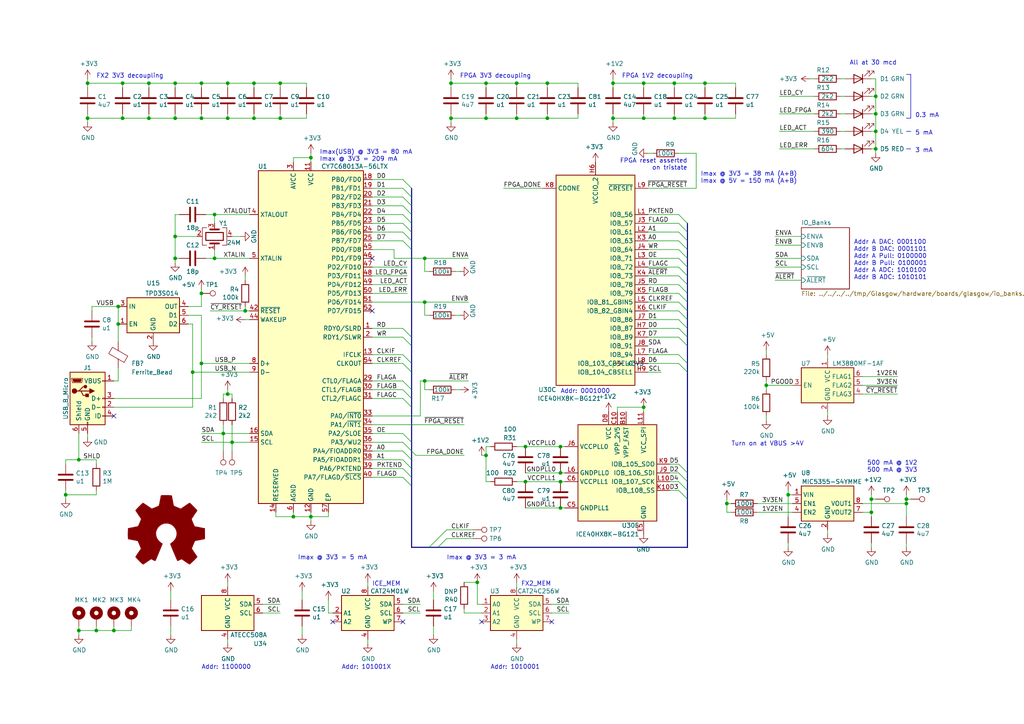
<source format=kicad_sch>
(kicad_sch (version 20230121) (generator eeschema)
  (paper "A4")
  (title_block (title "Base Board") (rev "C0") (company "whitequark research") (comment 1 "Glasgow Debug Tool"))
  (junction (at 25.4 24.13))
  (junction (at 58.42 34.29))
  (junction (at 254 33.02))
  (junction (at 158.75 34.29))
  (junction (at 186.69 34.29))
  (junction (at 81.28 24.13))
  (junction (at 177.8 34.29))
  (junction (at 50.8 68.58))
  (junction (at 34.29 88.9))
  (junction (at 254 43.18))
  (junction (at 152.4 129.54))
  (junction (at 130.81 34.29))
  (junction (at 252.73 148.59))
  (junction (at 262.89 146.05))
  (junction (at 162.56 139.7))
  (junction (at 43.18 34.29))
  (junction (at 152.4 139.7))
  (junction (at 123.19 110.49))
  (junction (at 50.8 34.29))
  (junction (at 22.86 133.35))
  (junction (at 140.97 24.13))
  (junction (at 64.77 125.73))
  (junction (at 19.05 143.51))
  (junction (at 186.69 118.11))
  (junction (at 67.31 128.27))
  (junction (at 123.19 87.63))
  (junction (at 58.42 24.13))
  (junction (at 149.86 34.29))
  (junction (at 25.4 34.29))
  (junction (at 71.12 90.17))
  (junction (at 85.09 149.86))
  (junction (at 162.56 147.32))
  (junction (at 50.8 74.93))
  (junction (at 66.04 24.13))
  (junction (at 90.17 45.72))
  (junction (at 35.56 24.13))
  (junction (at 222.25 111.76))
  (junction (at 58.42 105.41))
  (junction (at 90.17 149.86))
  (junction (at 73.66 24.13))
  (junction (at 204.47 34.29))
  (junction (at 204.47 24.13))
  (junction (at 34.29 93.98))
  (junction (at 130.81 24.13))
  (junction (at 140.97 34.29))
  (junction (at 254 38.1))
  (junction (at 149.86 24.13))
  (junction (at 62.23 62.23))
  (junction (at 22.86 182.88))
  (junction (at 195.58 24.13))
  (junction (at 228.6 143.51))
  (junction (at 262.89 144.78))
  (junction (at 195.58 34.29))
  (junction (at 43.18 24.13))
  (junction (at 62.23 74.93))
  (junction (at 254 27.94))
  (junction (at 50.8 24.13))
  (junction (at 140.97 132.08))
  (junction (at 162.56 137.16))
  (junction (at 33.02 182.88))
  (junction (at 252.73 144.78))
  (junction (at 123.19 74.93))
  (junction (at 66.04 114.3))
  (junction (at 162.56 129.54))
  (junction (at 27.94 182.88))
  (junction (at 55.88 107.95))
  (junction (at 177.8 24.13))
  (junction (at 66.04 34.29))
  (junction (at 35.56 34.29))
  (junction (at 73.66 34.29))
  (junction (at 138.43 168.91))
  (junction (at 81.28 34.29))
  (junction (at 158.75 24.13))
  (junction (at 186.69 24.13))
  (junction (at 210.82 146.05))
  (junction (at 58.42 85.09))
  (no_connect (at 107.95 74.93))
  (no_connect (at 107.95 90.17))
  (no_connect (at 33.02 120.65))
  (no_connect (at 96.52 180.34))
  (no_connect (at 139.7 180.34))
  (no_connect (at 160.02 180.34))
  (no_connect (at 116.84 180.34))
  (bus_entry (at 116.84 130.81) (size 2.54 2.54))
  (bus_entry (at 116.84 57.15) (size 2.54 2.54))
  (bus_entry (at 196.85 67.31) (size 2.54 2.54))
  (bus_entry (at 196.85 80.01) (size 2.54 2.54))
  (bus_entry (at 196.85 69.85) (size 2.54 2.54))
  (bus_entry (at 196.85 74.93) (size 2.54 2.54))
  (bus_entry (at 127 158.75) (size 2.54 -2.54))
  (bus_entry (at 196.85 142.24) (size 2.54 2.54))
  (bus_entry (at 116.84 135.89) (size 2.54 2.54))
  (bus_entry (at 116.84 110.49) (size 2.54 2.54))
  (bus_entry (at 116.84 52.07) (size 2.54 2.54))
  (bus_entry (at 116.84 133.35) (size 2.54 2.54))
  (bus_entry (at 116.84 64.77) (size 2.54 2.54))
  (bus_entry (at 116.84 95.25) (size 2.54 2.54))
  (bus_entry (at 196.85 137.16) (size 2.54 2.54))
  (bus_entry (at 196.85 77.47) (size 2.54 2.54))
  (bus_entry (at 196.85 64.77) (size 2.54 2.54))
  (bus_entry (at 196.85 102.87) (size 2.54 2.54))
  (bus_entry (at 116.84 67.31) (size 2.54 2.54))
  (bus_entry (at 196.85 105.41) (size 2.54 2.54))
  (bus_entry (at 196.85 82.55) (size 2.54 2.54))
  (bus_entry (at 116.84 59.69) (size 2.54 2.54))
  (bus_entry (at 196.85 139.7) (size 2.54 2.54))
  (bus_entry (at 116.84 97.79) (size 2.54 2.54))
  (bus_entry (at 116.84 102.87) (size 2.54 2.54))
  (bus_entry (at 196.85 95.25) (size 2.54 2.54))
  (bus_entry (at 116.84 69.85) (size 2.54 2.54))
  (bus_entry (at 116.84 113.03) (size 2.54 2.54))
  (bus_entry (at 196.85 134.62) (size 2.54 2.54))
  (bus_entry (at 116.84 115.57) (size 2.54 2.54))
  (bus_entry (at 116.84 105.41) (size 2.54 2.54))
  (bus_entry (at 116.84 62.23) (size 2.54 2.54))
  (bus_entry (at 196.85 97.79) (size 2.54 2.54))
  (bus_entry (at 116.84 138.43) (size 2.54 2.54))
  (bus_entry (at 116.84 125.73) (size 2.54 2.54))
  (bus_entry (at 196.85 62.23) (size 2.54 2.54))
  (bus_entry (at 124.46 158.75) (size 2.54 -2.54))
  (bus_entry (at 196.85 87.63) (size 2.54 2.54))
  (bus_entry (at 116.84 54.61) (size 2.54 2.54))
  (bus_entry (at 196.85 92.71) (size 2.54 2.54))
  (bus_entry (at 196.85 72.39) (size 2.54 2.54))
  (bus_entry (at 196.85 90.17) (size 2.54 2.54))
  (bus_entry (at 196.85 85.09) (size 2.54 2.54))
  (bus (pts (xy 199.39 144.78) (xy 199.39 158.75)))
  (bus (pts (xy 199.39 82.55) (xy 199.39 85.09)))
  (wire (pts (xy 90.17 149.86) (xy 90.17 151.13)))
  (bus (pts (xy 119.38 69.85) (xy 119.38 72.39)))
  (wire (pts (xy 107.95 97.79) (xy 116.84 97.79)))
  (wire (pts (xy 152.4 129.54) (xy 162.56 129.54)))
  (wire (pts (xy 43.18 24.13) (xy 43.18 25.4)))
  (bus (pts (xy 199.39 142.24) (xy 199.39 144.78)))
  (bus (pts (xy 199.39 64.77) (xy 199.39 67.31)))
  (wire (pts (xy 88.9 34.29) (xy 81.28 34.29)))
  (wire (pts (xy 187.96 90.17) (xy 196.85 90.17)))
  (wire (pts (xy 123.19 78.74) (xy 123.19 74.93)))
  (wire (pts (xy 85.09 45.72) (xy 90.17 45.72)))
  (wire (pts (xy 71.12 90.17) (xy 71.12 88.9)))
  (wire (pts (xy 19.05 143.51) (xy 19.05 144.78)))
  (wire (pts (xy 107.95 69.85) (xy 116.84 69.85)))
  (wire (pts (xy 140.97 24.13) (xy 149.86 24.13)))
  (wire (pts (xy 187.96 54.61) (xy 201.93 54.61)))
  (wire (pts (xy 158.75 24.13) (xy 167.64 24.13)))
  (wire (pts (xy 222.25 111.76) (xy 222.25 113.03)))
  (wire (pts (xy 149.86 25.4) (xy 149.86 24.13)))
  (wire (pts (xy 262.89 143.51) (xy 262.89 144.78)))
  (wire (pts (xy 240.03 153.67) (xy 240.03 154.94)))
  (wire (pts (xy 226.06 33.02) (xy 236.22 33.02)))
  (wire (pts (xy 187.96 97.79) (xy 196.85 97.79)))
  (wire (pts (xy 35.56 34.29) (xy 25.4 34.29)))
  (wire (pts (xy 252.73 157.48) (xy 252.73 158.75)))
  (polyline (pts (xy 262.89 21.59) (xy 264.16 21.59)))
  (wire (pts (xy 186.69 25.4) (xy 186.69 24.13)))
  (wire (pts (xy 58.42 105.41) (xy 72.39 105.41)))
  (bus (pts (xy 119.38 128.27) (xy 119.38 133.35)))
  (wire (pts (xy 152.4 147.32) (xy 162.56 147.32)))
  (wire (pts (xy 66.04 113.03) (xy 66.04 114.3)))
  (wire (pts (xy 132.08 91.44) (xy 133.35 91.44)))
  (wire (pts (xy 58.42 128.27) (xy 67.31 128.27)))
  (wire (pts (xy 33.02 115.57) (xy 58.42 115.57)))
  (wire (pts (xy 106.68 185.42) (xy 106.68 186.69)))
  (wire (pts (xy 187.96 72.39) (xy 196.85 72.39)))
  (wire (pts (xy 57.15 68.58) (xy 50.8 68.58)))
  (wire (pts (xy 55.88 107.95) (xy 55.88 118.11)))
  (wire (pts (xy 187.96 102.87) (xy 196.85 102.87)))
  (wire (pts (xy 187.96 62.23) (xy 196.85 62.23)))
  (bus (pts (xy 127 158.75) (xy 199.39 158.75)))
  (wire (pts (xy 107.95 115.57) (xy 116.84 115.57)))
  (wire (pts (xy 19.05 142.24) (xy 19.05 143.51)))
  (bus (pts (xy 119.38 107.95) (xy 119.38 113.03)))
  (wire (pts (xy 33.02 182.88) (xy 38.1 182.88)))
  (wire (pts (xy 58.42 125.73) (xy 64.77 125.73)))
  (wire (pts (xy 118.11 80.01) (xy 107.95 80.01)))
  (wire (pts (xy 85.09 148.59) (xy 85.09 149.86)))
  (wire (pts (xy 129.54 153.67) (xy 137.16 153.67)))
  (wire (pts (xy 179.07 118.11) (xy 186.69 118.11)))
  (wire (pts (xy 43.18 24.13) (xy 50.8 24.13)))
  (wire (pts (xy 50.8 33.02) (xy 50.8 34.29)))
  (wire (pts (xy 73.66 34.29) (xy 81.28 34.29)))
  (wire (pts (xy 26.67 88.9) (xy 34.29 88.9)))
  (bus (pts (xy 199.39 97.79) (xy 199.39 100.33)))
  (wire (pts (xy 137.16 156.21) (xy 129.54 156.21)))
  (wire (pts (xy 22.86 182.88) (xy 22.86 184.15)))
  (wire (pts (xy 187.96 44.45) (xy 189.23 44.45)))
  (bus (pts (xy 199.39 67.31) (xy 199.39 69.85)))
  (wire (pts (xy 210.82 146.05) (xy 210.82 148.59)))
  (wire (pts (xy 49.53 171.45) (xy 49.53 173.99)))
  (wire (pts (xy 187.96 82.55) (xy 196.85 82.55)))
  (bus (pts (xy 119.38 72.39) (xy 119.38 97.79)))
  (wire (pts (xy 224.79 77.47) (xy 232.41 77.47)))
  (wire (pts (xy 140.97 132.08) (xy 140.97 139.7)))
  (wire (pts (xy 250.19 146.05) (xy 262.89 146.05)))
  (bus (pts (xy 199.39 92.71) (xy 199.39 95.25)))
  (wire (pts (xy 25.4 125.73) (xy 25.4 127)))
  (wire (pts (xy 58.42 85.09) (xy 58.42 88.9)))
  (wire (pts (xy 54.61 91.44) (xy 58.42 91.44)))
  (wire (pts (xy 252.73 148.59) (xy 250.19 148.59)))
  (wire (pts (xy 228.6 157.48) (xy 228.6 158.75)))
  (wire (pts (xy 123.19 78.74) (xy 124.46 78.74)))
  (wire (pts (xy 118.11 85.09) (xy 107.95 85.09)))
  (wire (pts (xy 85.09 149.86) (xy 90.17 149.86)))
  (wire (pts (xy 224.79 68.58) (xy 232.41 68.58)))
  (wire (pts (xy 120.65 132.08) (xy 134.62 132.08)))
  (wire (pts (xy 252.73 144.78) (xy 254 144.78)))
  (wire (pts (xy 204.47 34.29) (xy 204.47 33.02)))
  (wire (pts (xy 116.84 105.41) (xy 107.95 105.41)))
  (wire (pts (xy 125.73 171.45) (xy 125.73 173.99)))
  (wire (pts (xy 245.11 27.94) (xy 243.84 27.94)))
  (wire (pts (xy 140.97 34.29) (xy 149.86 34.29)))
  (wire (pts (xy 22.86 181.61) (xy 22.86 182.88)))
  (wire (pts (xy 35.56 33.02) (xy 35.56 34.29)))
  (wire (pts (xy 59.69 62.23) (xy 62.23 62.23)))
  (wire (pts (xy 138.43 168.91) (xy 138.43 175.26)))
  (bus (pts (xy 119.38 64.77) (xy 119.38 67.31)))
  (wire (pts (xy 127 156.21) (xy 129.54 153.67)))
  (wire (pts (xy 123.19 87.63) (xy 135.89 87.63)))
  (wire (pts (xy 27.94 182.88) (xy 33.02 182.88)))
  (bus (pts (xy 199.39 107.95) (xy 199.39 137.16)))
  (bus (pts (xy 199.39 85.09) (xy 199.39 87.63)))
  (wire (pts (xy 49.53 181.61) (xy 49.53 184.15)))
  (wire (pts (xy 177.8 22.86) (xy 177.8 24.13)))
  (wire (pts (xy 252.73 27.94) (xy 254 27.94)))
  (wire (pts (xy 27.94 142.24) (xy 27.94 143.51)))
  (wire (pts (xy 140.97 139.7) (xy 142.24 139.7)))
  (wire (pts (xy 194.31 142.24) (xy 196.85 142.24)))
  (wire (pts (xy 187.96 80.01) (xy 196.85 80.01)))
  (wire (pts (xy 186.69 24.13) (xy 195.58 24.13)))
  (wire (pts (xy 149.86 168.91) (xy 149.86 170.18)))
  (wire (pts (xy 196.85 44.45) (xy 201.93 44.45)))
  (wire (pts (xy 179.07 119.38) (xy 179.07 118.11)))
  (wire (pts (xy 158.75 33.02) (xy 158.75 34.29)))
  (wire (pts (xy 107.95 62.23) (xy 116.84 62.23)))
  (wire (pts (xy 264.16 144.78) (xy 262.89 144.78)))
  (bus (pts (xy 119.38 158.75) (xy 124.46 158.75)))
  (wire (pts (xy 262.89 157.48) (xy 262.89 158.75)))
  (wire (pts (xy 19.05 143.51) (xy 27.94 143.51)))
  (wire (pts (xy 130.81 33.02) (xy 130.81 34.29)))
  (wire (pts (xy 252.73 149.86) (xy 252.73 148.59)))
  (wire (pts (xy 121.92 110.49) (xy 123.19 110.49)))
  (bus (pts (xy 199.39 139.7) (xy 199.39 142.24)))
  (wire (pts (xy 123.19 91.44) (xy 123.19 87.63)))
  (wire (pts (xy 124.46 91.44) (xy 123.19 91.44)))
  (wire (pts (xy 43.18 34.29) (xy 50.8 34.29)))
  (bus (pts (xy 119.38 105.41) (xy 119.38 107.95)))
  (bus (pts (xy 119.38 138.43) (xy 119.38 140.97)))
  (wire (pts (xy 121.92 177.8) (xy 116.84 177.8)))
  (wire (pts (xy 228.6 142.24) (xy 228.6 143.51)))
  (bus (pts (xy 119.38 115.57) (xy 119.38 118.11)))
  (wire (pts (xy 254 38.1) (xy 254 43.18)))
  (wire (pts (xy 80.01 149.86) (xy 85.09 149.86)))
  (wire (pts (xy 187.96 67.31) (xy 196.85 67.31)))
  (wire (pts (xy 66.04 34.29) (xy 73.66 34.29)))
  (wire (pts (xy 250.19 114.3) (xy 260.35 114.3)))
  (wire (pts (xy 177.8 34.29) (xy 177.8 35.56)))
  (wire (pts (xy 134.62 176.53) (xy 134.62 177.8)))
  (wire (pts (xy 90.17 45.72) (xy 90.17 46.99)))
  (wire (pts (xy 107.95 72.39) (xy 114.3 72.39)))
  (wire (pts (xy 64.77 125.73) (xy 64.77 130.81)))
  (wire (pts (xy 55.88 93.98) (xy 55.88 107.95)))
  (wire (pts (xy 67.31 114.3) (xy 67.31 115.57)))
  (wire (pts (xy 228.6 143.51) (xy 229.87 143.51)))
  (wire (pts (xy 157.48 54.61) (xy 146.05 54.61)))
  (wire (pts (xy 186.69 34.29) (xy 195.58 34.29)))
  (wire (pts (xy 152.4 139.7) (xy 149.86 139.7)))
  (wire (pts (xy 107.95 87.63) (xy 123.19 87.63)))
  (wire (pts (xy 222.25 111.76) (xy 229.87 111.76)))
  (wire (pts (xy 71.12 80.01) (xy 71.12 81.28)))
  (wire (pts (xy 107.95 113.03) (xy 116.84 113.03)))
  (wire (pts (xy 62.23 62.23) (xy 62.23 64.77)))
  (wire (pts (xy 194.31 137.16) (xy 196.85 137.16)))
  (wire (pts (xy 59.69 74.93) (xy 62.23 74.93)))
  (wire (pts (xy 187.96 74.93) (xy 196.85 74.93)))
  (wire (pts (xy 22.86 133.35) (xy 19.05 133.35)))
  (wire (pts (xy 66.04 33.02) (xy 66.04 34.29)))
  (wire (pts (xy 33.02 118.11) (xy 55.88 118.11)))
  (wire (pts (xy 177.8 33.02) (xy 177.8 34.29)))
  (wire (pts (xy 67.31 130.81) (xy 67.31 128.27)))
  (wire (pts (xy 167.64 33.02) (xy 167.64 34.29)))
  (wire (pts (xy 73.66 24.13) (xy 73.66 25.4)))
  (wire (pts (xy 224.79 74.93) (xy 232.41 74.93)))
  (wire (pts (xy 64.77 114.3) (xy 66.04 114.3)))
  (polyline (pts (xy 262.89 38.1) (xy 264.16 38.1)))
  (wire (pts (xy 107.95 57.15) (xy 116.84 57.15)))
  (wire (pts (xy 149.86 129.54) (xy 152.4 129.54)))
  (bus (pts (xy 119.38 67.31) (xy 119.38 69.85)))
  (polyline (pts (xy 264.16 34.29) (xy 262.89 34.29)))
  (wire (pts (xy 107.95 135.89) (xy 116.84 135.89)))
  (wire (pts (xy 71.12 92.71) (xy 72.39 92.71)))
  (wire (pts (xy 58.42 24.13) (xy 58.42 25.4)))
  (wire (pts (xy 142.24 129.54) (xy 140.97 129.54)))
  (wire (pts (xy 58.42 33.02) (xy 58.42 34.29)))
  (wire (pts (xy 121.92 120.65) (xy 121.92 110.49)))
  (wire (pts (xy 58.42 34.29) (xy 66.04 34.29)))
  (wire (pts (xy 66.04 24.13) (xy 73.66 24.13)))
  (wire (pts (xy 177.8 24.13) (xy 177.8 25.4)))
  (wire (pts (xy 139.7 175.26) (xy 138.43 175.26)))
  (wire (pts (xy 187.96 85.09) (xy 196.85 85.09)))
  (bus (pts (xy 119.38 57.15) (xy 119.38 59.69)))
  (wire (pts (xy 226.06 43.18) (xy 236.22 43.18)))
  (bus (pts (xy 199.39 72.39) (xy 199.39 74.93)))
  (wire (pts (xy 195.58 33.02) (xy 195.58 34.29)))
  (wire (pts (xy 107.95 120.65) (xy 121.92 120.65)))
  (wire (pts (xy 60.96 90.17) (xy 71.12 90.17)))
  (wire (pts (xy 130.81 35.56) (xy 130.81 34.29)))
  (wire (pts (xy 125.73 181.61) (xy 125.73 184.15)))
  (bus (pts (xy 199.39 69.85) (xy 199.39 72.39)))
  (wire (pts (xy 228.6 143.51) (xy 228.6 149.86)))
  (wire (pts (xy 158.75 25.4) (xy 158.75 24.13)))
  (wire (pts (xy 67.31 68.58) (xy 69.85 68.58)))
  (wire (pts (xy 107.95 102.87) (xy 116.84 102.87)))
  (wire (pts (xy 165.1 177.8) (xy 160.02 177.8)))
  (wire (pts (xy 177.8 34.29) (xy 186.69 34.29)))
  (wire (pts (xy 165.1 175.26) (xy 160.02 175.26)))
  (wire (pts (xy 107.95 133.35) (xy 116.84 133.35)))
  (wire (pts (xy 58.42 91.44) (xy 58.42 105.41)))
  (wire (pts (xy 73.66 33.02) (xy 73.66 34.29)))
  (wire (pts (xy 50.8 76.2) (xy 50.8 74.93)))
  (wire (pts (xy 130.81 34.29) (xy 140.97 34.29)))
  (wire (pts (xy 152.4 137.16) (xy 162.56 137.16)))
  (wire (pts (xy 222.25 120.65) (xy 222.25 121.92)))
  (wire (pts (xy 123.19 74.93) (xy 135.89 74.93)))
  (wire (pts (xy 50.8 34.29) (xy 58.42 34.29)))
  (wire (pts (xy 224.79 71.12) (xy 232.41 71.12)))
  (wire (pts (xy 204.47 24.13) (xy 204.47 25.4)))
  (polyline (pts (xy 262.89 43.18) (xy 264.16 43.18)))
  (wire (pts (xy 120.65 132.08) (xy 116.84 128.27)))
  (wire (pts (xy 107.95 110.49) (xy 116.84 110.49)))
  (wire (pts (xy 107.95 138.43) (xy 116.84 138.43)))
  (wire (pts (xy 187.96 64.77) (xy 196.85 64.77)))
  (wire (pts (xy 71.12 90.17) (xy 72.39 90.17)))
  (wire (pts (xy 90.17 44.45) (xy 90.17 45.72)))
  (wire (pts (xy 162.56 129.54) (xy 163.83 129.54)))
  (wire (pts (xy 19.05 133.35) (xy 19.05 134.62)))
  (wire (pts (xy 54.61 88.9) (xy 58.42 88.9)))
  (wire (pts (xy 62.23 74.93) (xy 72.39 74.93)))
  (wire (pts (xy 66.04 114.3) (xy 67.31 114.3)))
  (wire (pts (xy 35.56 34.29) (xy 43.18 34.29)))
  (wire (pts (xy 222.25 110.49) (xy 222.25 111.76)))
  (wire (pts (xy 187.96 95.25) (xy 196.85 95.25)))
  (wire (pts (xy 80.01 148.59) (xy 80.01 149.86)))
  (wire (pts (xy 187.96 69.85) (xy 196.85 69.85)))
  (wire (pts (xy 254 22.86) (xy 254 27.94)))
  (wire (pts (xy 213.36 34.29) (xy 204.47 34.29)))
  (wire (pts (xy 95.25 149.86) (xy 95.25 148.59)))
  (bus (pts (xy 199.39 137.16) (xy 199.39 139.7)))
  (wire (pts (xy 213.36 24.13) (xy 204.47 24.13)))
  (wire (pts (xy 254 33.02) (xy 254 38.1)))
  (wire (pts (xy 33.02 182.88) (xy 33.02 181.61)))
  (wire (pts (xy 66.04 168.91) (xy 66.04 170.18)))
  (wire (pts (xy 250.19 109.22) (xy 260.35 109.22)))
  (wire (pts (xy 140.97 129.54) (xy 140.97 132.08)))
  (wire (pts (xy 55.88 107.95) (xy 72.39 107.95)))
  (wire (pts (xy 34.29 99.06) (xy 34.29 93.98)))
  (bus (pts (xy 119.38 100.33) (xy 119.38 105.41)))
  (polyline (pts (xy 264.16 21.59) (xy 264.16 34.29)))
  (wire (pts (xy 245.11 38.1) (xy 243.84 38.1)))
  (wire (pts (xy 224.79 81.28) (xy 232.41 81.28)))
  (wire (pts (xy 252.73 144.78) (xy 252.73 148.59)))
  (wire (pts (xy 26.67 88.9) (xy 26.67 90.17)))
  (wire (pts (xy 107.95 59.69) (xy 116.84 59.69)))
  (bus (pts (xy 119.38 135.89) (xy 119.38 138.43)))
  (wire (pts (xy 87.63 181.61) (xy 87.63 184.15)))
  (wire (pts (xy 107.95 77.47) (xy 118.11 77.47)))
  (bus (pts (xy 199.39 74.93) (xy 199.39 77.47)))
  (wire (pts (xy 254 22.86) (xy 252.73 22.86)))
  (bus (pts (xy 199.39 77.47) (xy 199.39 80.01)))
  (wire (pts (xy 213.36 33.02) (xy 213.36 34.29)))
  (wire (pts (xy 26.67 97.79) (xy 26.67 99.06)))
  (bus (pts (xy 119.38 118.11) (xy 119.38 128.27)))
  (wire (pts (xy 245.11 43.18) (xy 243.84 43.18)))
  (wire (pts (xy 123.19 110.49) (xy 123.19 113.03)))
  (wire (pts (xy 123.19 110.49) (xy 135.89 110.49)))
  (wire (pts (xy 67.31 123.19) (xy 67.31 128.27)))
  (wire (pts (xy 194.31 134.62) (xy 196.85 134.62)))
  (wire (pts (xy 106.68 168.91) (xy 106.68 170.18)))
  (wire (pts (xy 132.08 113.03) (xy 133.35 113.03)))
  (bus (pts (xy 119.38 97.79) (xy 119.38 100.33)))
  (wire (pts (xy 250.19 111.76) (xy 260.35 111.76)))
  (wire (pts (xy 64.77 123.19) (xy 64.77 125.73)))
  (wire (pts (xy 226.06 38.1) (xy 236.22 38.1)))
  (wire (pts (xy 149.86 24.13) (xy 158.75 24.13)))
  (wire (pts (xy 107.95 125.73) (xy 116.84 125.73)))
  (wire (pts (xy 167.64 25.4) (xy 167.64 24.13)))
  (wire (pts (xy 254 27.94) (xy 254 33.02)))
  (wire (pts (xy 262.89 146.05) (xy 262.89 149.86)))
  (wire (pts (xy 88.9 33.02) (xy 88.9 34.29)))
  (wire (pts (xy 25.4 35.56) (xy 25.4 34.29)))
  (wire (pts (xy 201.93 44.45) (xy 201.93 54.61)))
  (wire (pts (xy 88.9 24.13) (xy 81.28 24.13)))
  (bus (pts (xy 119.38 59.69) (xy 119.38 62.23)))
  (wire (pts (xy 158.75 34.29) (xy 167.64 34.29)))
  (bus (pts (xy 199.39 100.33) (xy 199.39 105.41)))
  (wire (pts (xy 134.62 168.91) (xy 138.43 168.91)))
  (wire (pts (xy 139.7 132.08) (xy 140.97 132.08)))
  (wire (pts (xy 107.95 95.25) (xy 116.84 95.25)))
  (wire (pts (xy 121.92 175.26) (xy 116.84 175.26)))
  (wire (pts (xy 186.69 118.11) (xy 186.69 119.38)))
  (wire (pts (xy 107.95 123.19) (xy 134.62 123.19)))
  (wire (pts (xy 130.81 25.4) (xy 130.81 24.13)))
  (wire (pts (xy 262.89 144.78) (xy 262.89 146.05)))
  (wire (pts (xy 87.63 171.45) (xy 87.63 173.99)))
  (wire (pts (xy 66.04 185.42) (xy 66.04 186.69)))
  (wire (pts (xy 58.42 115.57) (xy 58.42 105.41)))
  (wire (pts (xy 123.19 113.03) (xy 124.46 113.03)))
  (wire (pts (xy 187.96 107.95) (xy 191.77 107.95)))
  (wire (pts (xy 22.86 182.88) (xy 27.94 182.88)))
  (wire (pts (xy 149.86 33.02) (xy 149.86 34.29)))
  (wire (pts (xy 90.17 149.86) (xy 95.25 149.86)))
  (wire (pts (xy 152.4 139.7) (xy 162.56 139.7)))
  (wire (pts (xy 219.71 148.59) (xy 229.87 148.59)))
  (wire (pts (xy 50.8 62.23) (xy 50.8 68.58)))
  (wire (pts (xy 34.29 93.98) (xy 34.29 88.9)))
  (wire (pts (xy 162.56 137.16) (xy 163.83 137.16)))
  (wire (pts (xy 252.73 43.18) (xy 254 43.18)))
  (wire (pts (xy 34.29 106.68) (xy 34.29 110.49)))
  (wire (pts (xy 219.71 146.05) (xy 229.87 146.05)))
  (bus (pts (xy 119.38 133.35) (xy 119.38 135.89)))
  (wire (pts (xy 114.3 72.39) (xy 114.3 74.93)))
  (wire (pts (xy 35.56 24.13) (xy 43.18 24.13)))
  (wire (pts (xy 195.58 34.29) (xy 204.47 34.29)))
  (wire (pts (xy 67.31 128.27) (xy 72.39 128.27)))
  (wire (pts (xy 140.97 33.02) (xy 140.97 34.29)))
  (wire (pts (xy 33.02 110.49) (xy 34.29 110.49)))
  (wire (pts (xy 73.66 24.13) (xy 81.28 24.13)))
  (wire (pts (xy 140.97 25.4) (xy 140.97 24.13)))
  (wire (pts (xy 81.28 24.13) (xy 81.28 25.4)))
  (bus (pts (xy 199.39 105.41) (xy 199.39 107.95)))
  (wire (pts (xy 210.82 146.05) (xy 212.09 146.05)))
  (bus (pts (xy 199.39 80.01) (xy 199.39 82.55)))
  (wire (pts (xy 107.95 128.27) (xy 116.84 128.27)))
  (wire (pts (xy 58.42 24.13) (xy 66.04 24.13)))
  (wire (pts (xy 43.18 33.02) (xy 43.18 34.29)))
  (wire (pts (xy 35.56 24.13) (xy 25.4 24.13)))
  (wire (pts (xy 210.82 148.59) (xy 212.09 148.59)))
  (wire (pts (xy 22.86 125.73) (xy 22.86 133.35)))
  (wire (pts (xy 162.56 147.32) (xy 163.83 147.32)))
  (wire (pts (xy 213.36 24.13) (xy 213.36 25.4)))
  (wire (pts (xy 50.8 24.13) (xy 50.8 25.4)))
  (bus (pts (xy 119.38 140.97) (xy 119.38 158.75)))
  (wire (pts (xy 194.31 139.7) (xy 196.85 139.7)))
  (wire (pts (xy 240.03 102.87) (xy 240.03 104.14)))
  (bus (pts (xy 199.39 90.17) (xy 199.39 92.71)))
  (wire (pts (xy 95.25 177.8) (xy 96.52 177.8)))
  (wire (pts (xy 187.96 87.63) (xy 196.85 87.63)))
  (wire (pts (xy 22.86 133.35) (xy 27.94 133.35)))
  (wire (pts (xy 187.96 105.41) (xy 196.85 105.41)))
  (wire (pts (xy 149.86 185.42) (xy 149.86 186.69)))
  (wire (pts (xy 130.81 22.86) (xy 130.81 24.13)))
  (wire (pts (xy 187.96 77.47) (xy 196.85 77.47)))
  (wire (pts (xy 25.4 24.13) (xy 25.4 25.4)))
  (wire (pts (xy 107.95 67.31) (xy 116.84 67.31)))
  (wire (pts (xy 177.8 105.41) (xy 177.8 106.68)))
  (wire (pts (xy 186.69 33.02) (xy 186.69 34.29)))
  (wire (pts (xy 25.4 34.29) (xy 25.4 33.02)))
  (wire (pts (xy 107.95 130.81) (xy 116.84 130.81)))
  (wire (pts (xy 85.09 46.99) (xy 85.09 45.72)))
  (bus (pts (xy 124.46 158.75) (xy 127 158.75)))
  (wire (pts (xy 114.3 74.93) (xy 123.19 74.93)))
  (wire (pts (xy 240.03 119.38) (xy 240.03 120.65)))
  (wire (pts (xy 50.8 62.23) (xy 52.07 62.23)))
  (wire (pts (xy 27.94 182.88) (xy 27.94 181.61)))
  (wire (pts (xy 35.56 25.4) (xy 35.56 24.13)))
  (wire (pts (xy 254 38.1) (xy 252.73 38.1)))
  (wire (pts (xy 25.4 22.86) (xy 25.4 24.13)))
  (wire (pts (xy 132.08 78.74) (xy 133.35 78.74)))
  (wire (pts (xy 50.8 68.58) (xy 50.8 74.93)))
  (wire (pts (xy 195.58 24.13) (xy 204.47 24.13)))
  (wire (pts (xy 62.23 72.39) (xy 62.23 74.93)))
  (bus (pts (xy 119.38 62.23) (xy 119.38 64.77)))
  (wire (pts (xy 107.95 52.07) (xy 116.84 52.07)))
  (wire (pts (xy 130.81 24.13) (xy 140.97 24.13)))
  (bus (pts (xy 119.38 113.03) (xy 119.38 115.57)))
  (wire (pts (xy 64.77 115.57) (xy 64.77 114.3)))
  (wire (pts (xy 243.84 22.86) (xy 245.11 22.86)))
  (wire (pts (xy 195.58 25.4) (xy 195.58 24.13)))
  (wire (pts (xy 66.04 24.13) (xy 66.04 25.4)))
  (wire (pts (xy 54.61 93.98) (xy 55.88 93.98)))
  (wire (pts (xy 254 43.18) (xy 254 44.45)))
  (wire (pts (xy 52.07 74.93) (xy 50.8 74.93)))
  (wire (pts (xy 64.77 125.73) (xy 72.39 125.73)))
  (wire (pts (xy 149.86 34.29) (xy 158.75 34.29)))
  (wire (pts (xy 81.28 34.29) (xy 81.28 33.02)))
  (wire (pts (xy 38.1 182.88) (xy 38.1 181.61)))
  (bus (pts (xy 199.39 87.63) (xy 199.39 90.17)))
  (wire (pts (xy 50.8 24.13) (xy 58.42 24.13)))
  (wire (pts (xy 81.28 175.26) (xy 76.2 175.26)))
  (bus (pts (xy 119.38 54.61) (xy 119.38 57.15)))
  (wire (pts (xy 107.95 82.55) (xy 118.11 82.55)))
  (wire (pts (xy 252.73 33.02) (xy 254 33.02)))
  (wire (pts (xy 139.7 177.8) (xy 134.62 177.8)))
  (wire (pts (xy 81.28 177.8) (xy 76.2 177.8)))
  (wire (pts (xy 107.95 54.61) (xy 116.84 54.61)))
  (wire (pts (xy 90.17 148.59) (xy 90.17 149.86)))
  (wire (pts (xy 222.25 101.6) (xy 222.25 102.87)))
  (wire (pts (xy 234.95 22.86) (xy 236.22 22.86)))
  (wire (pts (xy 187.96 92.71) (xy 196.85 92.71)))
  (wire (pts (xy 236.22 27.94) (xy 226.06 27.94)))
  (wire (pts (xy 62.23 62.23) (xy 72.39 62.23)))
  (bus (pts (xy 199.39 95.25) (xy 199.39 97.79)))
  (wire (pts (xy 107.95 64.77) (xy 116.84 64.77)))
  (wire (pts (xy 252.73 143.51) (xy 252.73 144.78)))
  (wire (pts (xy 88.9 25.4) (xy 88.9 24.13)))
  (wire (pts (xy 210.82 144.78) (xy 210.82 146.05)))
  (wire (pts (xy 162.56 139.7) (xy 163.83 139.7)))
  (wire (pts (xy 95.25 173.99) (xy 95.25 177.8)))
  (wire (pts (xy 245.11 33.02) (xy 243.84 33.02)))
  (wire (pts (xy 177.8 24.13) (xy 186.69 24.13)))
  (wire (pts (xy 27.94 133.35) (xy 27.94 134.62)))
  (wire (pts (xy 58.42 83.82) (xy 58.42 85.09)))
  (text "Addr: 1010001" (at 142.24 194.31 0) (effects (font (size 1.27 1.27)) (justify left bottom)))
  (text "Imax @ 3V3 = 38 mA (A+B)\nImax @ 5V = 150 mA (A+B)" (at 203.2 53.34 0) (effects (font (size 1.27 1.27)) (justify left bottom)))
  (text "Addr: 1100000" (at 58.42 194.31 0) (effects (font (size 1.27 1.27)) (justify left bottom)))
  (text "FPGA reset asserted\non tristate" (at 199.39 49.53 0) (effects (font (size 1.27 1.27)) (justify right bottom)))
  (text "500 mA @ 1V2\n500 mA @ 3V3" (at 251.46 137.16 0) (effects (font (size 1.27 1.27)) (justify left bottom)))
  (text "Addr A DAC: 0001100\nAddr B DAC: 0001101\nAddr A Pull: 0100000\nAddr B Pull: 0100001\nAddr A ADC: 1010100\nAddr B ADC: 1010101" (at 247.65 81.28 0) (effects (font (size 1.27 1.27)) (justify left bottom)))
  (text "Imax @ 3V3 = 5 mA" (at 86.36 162.56 0) (effects (font (size 1.27 1.27)) (justify left bottom)))
  (text "FPGA 1V2 decoupling" (at 180.34 22.86 0) (effects (font (size 1.27 1.27)) (justify left bottom)))
  (text "FX2_MEM" (at 151.13 170.18 0) (effects (font (size 1.27 1.27)) (justify left bottom)))
  (text "ICE_MEM" (at 107.95 170.18 0) (effects (font (size 1.27 1.27)) (justify left bottom)))
  (text "Addr: 101001X" (at 99.06 194.31 0) (effects (font (size 1.27 1.27)) (justify left bottom)))
  (text "Turn on at VBUS >4V" (at 212.09 129.54 0) (effects (font (size 1.27 1.27)) (justify left bottom)))
  (text "5 mA" (at 265.43 39.37 0) (effects (font (size 1.27 1.27)) (justify left bottom)))
  (text "FX2 3V3 decoupling" (at 27.94 22.86 0) (effects (font (size 1.27 1.27)) (justify left bottom)))
  (text "Imax @ 3V3 = 3 mA" (at 129.54 162.56 0) (effects (font (size 1.27 1.27)) (justify left bottom)))
  (text "Imax(USB) @ 3V3 = 80 mA\nImax @ 3V3 = 209 mA" (at 92.71 46.99 0) (effects (font (size 1.27 1.27)) (justify left bottom)))
  (text "3 mA" (at 265.43 44.45 0) (effects (font (size 1.27 1.27)) (justify left bottom)))
  (text "FPGA 3V3 decoupling" (at 133.35 22.86 0) (effects (font (size 1.27 1.27)) (justify left bottom)))
  (text "Addr: 0001000" (at 162.56 114.3 0) (effects (font (size 1.27 1.27)) (justify left bottom)))
  (text "0.3 mA" (at 265.43 34.29 0) (effects (font (size 1.27 1.27)) (justify left bottom)))
  (text "All at 30 mcd" (at 246.38 19.05 0) (effects (font (size 1.27 1.27)) (justify left bottom)))
  (label "SCL" (at 121.92 177.8 180))
  (label "FLAGC" (at 187.96 77.47 0))
  (label "1V2EN" (at 260.35 109.22 180))
  (label "OE" (at 109.22 125.73 0))
  (label "SDA" (at 165.1 175.26 180))
  (label "XTALIN" (at 64.77 74.93 0))
  (label "ENVA" (at 135.89 74.93 180))
  (label "D0" (at 109.22 52.07 0))
  (label "PGOOD" (at 223.52 111.76 0))
  (label "CLKREF" (at 109.22 105.41 0))
  (label "GNDPLL1" (at 161.29 147.32 180))
  (label "D4" (at 196.85 139.7 180))
  (label "LED_FPGA" (at 226.06 33.02 0))
  (label "~{CY_RESET}" (at 60.96 90.17 0))
  (label "XTALOUT" (at 64.77 62.23 0))
  (label "SDA" (at 58.42 125.73 0))
  (label "SDA" (at 121.92 175.26 180))
  (label "FLAGD" (at 109.22 138.43 0))
  (label "FLAGB" (at 187.96 85.09 0))
  (label "~{FPGA_RESET}" (at 199.39 54.61 180))
  (label "SCL" (at 58.42 128.27 0))
  (label "~{ALERT}" (at 224.79 81.28 0))
  (label "D5" (at 196.85 134.62 180))
  (label "PKTEND" (at 109.22 135.89 0))
  (label "D5" (at 109.22 64.77 0))
  (label "SCL" (at 81.28 177.8 180))
  (label "ENVA" (at 224.79 68.58 0))
  (label "D7" (at 109.22 69.85 0))
  (label "PKTEND" (at 187.96 62.23 0))
  (label "FPGA_DONE" (at 134.62 132.08 180))
  (label "RD" (at 109.22 95.25 0))
  (label "LED_FPGA" (at 118.11 80.01 180))
  (label "CLKIF" (at 187.96 90.17 0))
  (label "D6" (at 109.22 67.31 0))
  (label "3V3EN" (at 260.35 111.76 180))
  (label "LED_ERR" (at 226.06 43.18 0))
  (label "RD" (at 187.96 82.55 0))
  (label "FLAGC" (at 109.22 115.57 0))
  (label "LED_ACT" (at 226.06 38.1 0))
  (label "WR" (at 187.96 72.39 0))
  (label "D4" (at 109.22 62.23 0))
  (label "D6" (at 187.96 105.41 0))
  (label "USB_N" (at 62.23 107.95 0))
  (label "SDA" (at 224.79 74.93 0))
  (label "CLKIF" (at 130.81 153.67 0))
  (label "D0" (at 187.96 95.25 0))
  (label "CLKREF" (at 187.96 87.63 0))
  (label "LED_CY" (at 226.06 27.94 0))
  (label "CLKREF" (at 130.81 156.21 0))
  (label "D3" (at 109.22 59.69 0))
  (label "FLAGB" (at 109.22 113.03 0))
  (label "SDA" (at 81.28 175.26 180))
  (label "CLKIF" (at 109.22 102.87 0))
  (label "SCL" (at 165.1 177.8 180))
  (label "D1" (at 187.96 92.71 0))
  (label "LED_ERR" (at 118.11 85.09 180))
  (label "~{CY_RESET}" (at 260.35 114.3 180))
  (label "FLAGA" (at 109.22 110.49 0))
  (label "LED_CY" (at 118.11 77.47 180))
  (label "~{ALERT}" (at 135.89 110.49 180))
  (label "VUSB" (at 27.94 88.9 0))
  (label "SCL" (at 191.77 107.95 180))
  (label "SDA" (at 187.96 100.33 0))
  (label "ENVB" (at 135.89 87.63 180))
  (label "A1" (at 109.22 133.35 0))
  (label "WR" (at 109.22 97.79 0))
  (label "D3" (at 196.85 142.24 180))
  (label "USB_P" (at 62.23 105.41 0))
  (label "LED_ACT" (at 118.11 82.55 180))
  (label "VCCPLL0" (at 161.29 129.54 180))
  (label "A0" (at 187.96 69.85 0))
  (label "D7" (at 187.96 97.79 0))
  (label "~{ALERT}" (at 187.96 80.01 0))
  (label "3V3EN" (at 220.98 146.05 0))
  (label "ENVB" (at 224.79 71.12 0))
  (label "A1" (at 187.96 67.31 0))
  (label "FLAGD" (at 187.96 64.77 0))
  (label "D2" (at 196.85 137.16 180))
  (label "1V2EN" (at 220.98 148.59 0))
  (label "~{FPGA_RESET}" (at 134.62 123.19 180))
  (label "D2" (at 109.22 57.15 0))
  (label "FLAGA" (at 187.96 102.87 0))
  (label "D1" (at 109.22 54.61 0))
  (label "VCCPLL1" (at 161.29 139.7 180))
  (label "FPGA_DONE" (at 146.05 54.61 0))
  (label "A0" (at 109.22 130.81 0))
  (label "OE" (at 187.96 74.93 0))
  (label "GNDPLL0" (at 161.29 137.16 180))
  (label "SHLD" (at 24.13 133.35 0))
  (label "SCL" (at 224.79 77.47 0))
  (symbol (lib_id "MCU_Cypress:CY7C68013A-56LTX") (at 90.17 97.79 0) (unit 1)
    (property "Reference" "U1" (at 76.2 48.26 0))
    (property "Value" "CY7C68013A-56LTX" (at 102.87 48.26 0))
    (property "Footprint" "Package_DFN_QFN:Cypress_QFN-56-1EP_8x8mm_P0.5mm_EP6.22x6.22mm_ThermalVias" (effects hide))
    (property "Datasheet" "http://www.cypress.com/file/138911/download" (effects hide))
    (property "Mfg" "Cypress" (effects hide))
    (property "MPN" "CY7C68013A-56LTXC" (effects hide))
  )
  (symbol (lib_id "glasgow-rescue:USB_B_Micro-Connector") (at 25.4 115.57 0) (unit 1)
    (property "Reference" "J1" (at 25.4 106.68 0))
    (property "Value" "USB_B_Micro" (at 19.05 115.57 90))
    (property "Footprint" "Connector_USB:USB_Micro-B_Molex_47346-0001" (effects hide))
    (property "Datasheet" "https://www.mouser.com/datasheet/2/276/0473460001_IO_CONNECTORS-229243.pdf" (effects hide))
    (property "Mfg" "Molex" (effects hide))
    (property "MPN" "47346-0001" (effects hide))
  )
  (symbol (lib_id "power:GND") (at 25.4 127 0) (unit 1)
    (property "Reference" "#PWR09" (effects hide))
    (property "Value" "GND" (at 29.21 128.27 0))
  )
  (symbol (lib_id "power:GND") (at 90.17 151.13 0) (unit 1)
    (property "Reference" "#PWR016" (effects hide))
    (property "Value" "GND" (at 90.297 155.5242 0))
  )
  (symbol (lib_id "power:+5V") (at 58.42 83.82 0) (unit 1)
    (property "Reference" "#PWR07" (effects hide))
    (property "Value" "+5V" (at 54.61 82.55 0))
  )
  (symbol (lib_id "glasgow-rescue:+3.3V-power") (at 90.17 44.45 0) (unit 1)
    (property "Reference" "#PWR03" (effects hide))
    (property "Value" "+3.3V" (at 90.551 40.0558 0))
  )
  (symbol (lib_id "Device:C") (at 55.88 62.23 270) (unit 1)
    (property "Reference" "C11" (at 55.88 58.42 90))
    (property "Value" "18p" (at 55.88 66.04 90))
    (property "Footprint" "Capacitor_SMD:C_0402_1005Metric" (effects hide))
    (property "Datasheet" "https://www.mouser.hk/datasheet/2/396/mlcc02_e-1307760.pdf" (effects hide))
    (property "Mfg" "Yageo" (effects hide))
    (property "MPN" "CC0603JRNPO8BN180" (effects hide))
  )
  (symbol (lib_id "power:GND") (at 50.8 76.2 0) (unit 1)
    (property "Reference" "#PWR06" (effects hide))
    (property "Value" "GND" (at 50.927 80.5942 0))
  )
  (symbol (lib_id "Device:R") (at 64.77 119.38 0) (mirror x) (unit 1)
    (property "Reference" "R1" (at 62.992 118.2116 0) (effects (justify right)))
    (property "Value" "2k2" (at 62.992 120.523 0) (effects (justify right)))
    (property "Footprint" "Resistor_SMD:R_0402_1005Metric" (effects hide))
    (property "Datasheet" "https://www.mouser.com/datasheet/2/447/PYu-RC_Group_51_RoHS_L_9-1314892.pdf" (effects hide))
    (property "Mfg" "Yageo" (effects hide))
    (property "MPN" "RC0603FR-132K2L" (effects hide))
  )
  (symbol (lib_id "glasgow-rescue:+3.3V-power") (at 66.04 113.03 0) (unit 1)
    (property "Reference" "#PWR011" (effects hide))
    (property "Value" "+3.3V" (at 66.421 108.6358 0))
  )
  (symbol (lib_id "Device:Crystal_GND24") (at 62.23 68.58 90) (unit 1)
    (property "Reference" "Y1" (at 66.04 64.77 90) (effects (justify left)))
    (property "Value" "24M" (at 69.85 71.12 90) (effects (justify left top)))
    (property "Footprint" "Crystals:Crystal_SMD_3225-4pin_3.2x2.5mm" (effects hide))
    (property "Datasheet" "https://www.mouser.com/datasheet/2/741/LFXTAL058124Reel-940455.pdf" (effects hide))
    (property "Mfg" "IQD" (effects hide))
    (property "MPN" "LFXTAL058124REEL" (effects hide))
  )
  (symbol (lib_id "power:GND") (at 69.85 68.58 90) (unit 1)
    (property "Reference" "#PWR05" (effects hide))
    (property "Value" "GND" (at 73.66 68.58 0))
  )
  (symbol (lib_id "Device:R") (at 27.94 138.43 0) (unit 1)
    (property "Reference" "R3" (at 29.718 137.2616 0) (effects (justify left)))
    (property "Value" "1M" (at 29.718 139.573 0) (effects (justify left)))
    (property "Footprint" "Resistor_SMD:R_0402_1005Metric" (effects hide))
    (property "Datasheet" "https://www.mouser.com/datasheet/2/447/PYu-RC_Group_51_RoHS_L_9-1314892.pdf" (effects hide))
    (property "Mfg" "Yageo" (effects hide))
    (property "MPN" "RC0603FR-131ML" (effects hide))
  )
  (symbol (lib_id "power:GND") (at 19.05 144.78 0) (unit 1)
    (property "Reference" "#PWR015" (effects hide))
    (property "Value" "GND" (at 19.177 149.1742 0))
  )
  (symbol (lib_id "Memory_EEPROM:CAT24M01W") (at 106.68 177.8 0) (unit 1)
    (property "Reference" "U2" (at 100.33 171.45 0))
    (property "Value" "CAT24M01W" (at 113.03 171.45 0))
    (property "Footprint" "Package_SO:SOIC-8_3.9x4.9mm_P1.27mm" (effects hide))
    (property "Datasheet" "https://www.onsemi.com/pub/Collateral/CAT24M01-D.PDF" (effects hide))
    (property "Mfg" "ON Semiconductor" (effects hide))
    (property "MPN" "CAT24M01WI-GT3" (effects hide))
  )
  (symbol (lib_id "Memory_EEPROM:CAT24C256") (at 149.86 177.8 0) (unit 1)
    (property "Reference" "U3" (at 143.51 171.45 0))
    (property "Value" "CAT24C256W" (at 156.21 171.45 0))
    (property "Footprint" "Package_SO:SOIC-8_3.9x4.9mm_P1.27mm" (effects hide))
    (property "Datasheet" "https://www.mouser.hk/datasheet/2/308/CAT24C256-D-769998.pdf" (effects hide))
    (property "Mfg" "ON Semiconductor" (effects hide))
    (property "MPN" "CAT24C256WI-GT3" (effects hide))
  )
  (symbol (lib_id "power:GND") (at 149.86 186.69 0) (unit 1)
    (property "Reference" "#PWR027" (effects hide))
    (property "Value" "GND" (at 149.987 191.0842 0))
  )
  (symbol (lib_id "power:GND") (at 106.68 186.69 0) (unit 1)
    (property "Reference" "#PWR026" (effects hide))
    (property "Value" "GND" (at 106.807 191.0842 0))
  )
  (symbol (lib_id "glasgow-rescue:+3.3V-power") (at 71.12 92.71 90) (unit 1)
    (property "Reference" "#PWR08" (effects hide))
    (property "Value" "+3.3V" (at 67.8688 92.329 90) (effects (justify left)))
  )
  (symbol (lib_id "Device:C") (at 35.56 29.21 0) (unit 1)
    (property "Reference" "C2" (at 38.481 28.0416 0) (effects (justify left)))
    (property "Value" "u1" (at 38.481 30.353 0) (effects (justify left)))
    (property "Footprint" "Capacitor_SMD:C_0402_1005Metric" (effects hide))
    (property "Datasheet" "https://www.mouser.hk/datasheet/2/396/mlcc02_e-1307760.pdf" (effects hide))
    (property "Mfg" "Taiyo Yuden" (effects hide))
    (property "MPN" "TMK107BJ154KA-T" (effects hide))
  )
  (symbol (lib_id "glasgow-rescue:+3.3V-power") (at 106.68 168.91 0) (unit 1)
    (property "Reference" "#PWR017" (effects hide))
    (property "Value" "+3.3V" (at 107.061 164.5158 0))
  )
  (symbol (lib_id "glasgow-rescue:+3.3V-power") (at 149.86 168.91 0) (unit 1)
    (property "Reference" "#PWR018" (effects hide))
    (property "Value" "+3.3V" (at 150.241 164.5158 0))
  )
  (symbol (lib_id "Device:C") (at 25.4 29.21 0) (unit 1)
    (property "Reference" "C1" (at 28.321 28.0416 0) (effects (justify left)))
    (property "Value" "4u7" (at 28.321 30.353 0) (effects (justify left)))
    (property "Footprint" "Capacitor_SMD:C_0603_1608Metric_Pad1.05x0.95mm_HandSolder" (effects hide))
    (property "Datasheet" "https://www.mouser.com/datasheet/2/400/lcc_commercial_general_en-837201.pdf" (effects hide))
    (property "Mfg" "Taiyo Yuden" (effects hide))
    (property "MPN" "LMK107BJ475KAHT" (effects hide))
  )
  (symbol (lib_id "Device:C") (at 43.18 29.21 0) (unit 1)
    (property "Reference" "C3" (at 46.101 28.0416 0) (effects (justify left)))
    (property "Value" "u1" (at 46.101 30.353 0) (effects (justify left)))
    (property "Footprint" "Capacitor_SMD:C_0402_1005Metric" (effects hide))
    (property "Datasheet" "https://www.mouser.hk/datasheet/2/396/mlcc02_e-1307760.pdf" (effects hide))
    (property "Mfg" "Taiyo Yuden" (effects hide))
    (property "MPN" "TMK107BJ154KA-T" (effects hide))
  )
  (symbol (lib_id "Device:C") (at 50.8 29.21 0) (unit 1)
    (property "Reference" "C4" (at 53.721 28.0416 0) (effects (justify left)))
    (property "Value" "u1" (at 53.721 30.353 0) (effects (justify left)))
    (property "Footprint" "Capacitor_SMD:C_0402_1005Metric" (effects hide))
    (property "Datasheet" "https://www.mouser.hk/datasheet/2/396/mlcc02_e-1307760.pdf" (effects hide))
    (property "Mfg" "Taiyo Yuden" (effects hide))
    (property "MPN" "TMK107BJ154KA-T" (effects hide))
  )
  (symbol (lib_id "Device:C") (at 58.42 29.21 0) (unit 1)
    (property "Reference" "C5" (at 61.341 28.0416 0) (effects (justify left)))
    (property "Value" "u1" (at 61.341 30.353 0) (effects (justify left)))
    (property "Footprint" "Capacitor_SMD:C_0402_1005Metric" (effects hide))
    (property "Datasheet" "https://www.mouser.hk/datasheet/2/396/mlcc02_e-1307760.pdf" (effects hide))
    (property "Mfg" "Taiyo Yuden" (effects hide))
    (property "MPN" "TMK107BJ154KA-T" (effects hide))
  )
  (symbol (lib_id "Device:C") (at 66.04 29.21 0) (unit 1)
    (property "Reference" "C6" (at 68.961 28.0416 0) (effects (justify left)))
    (property "Value" "u1" (at 68.961 30.353 0) (effects (justify left)))
    (property "Footprint" "Capacitor_SMD:C_0402_1005Metric" (effects hide))
    (property "Datasheet" "https://www.mouser.hk/datasheet/2/396/mlcc02_e-1307760.pdf" (effects hide))
    (property "Mfg" "Taiyo Yuden" (effects hide))
    (property "MPN" "TMK107BJ154KA-T" (effects hide))
  )
  (symbol (lib_id "Device:C") (at 73.66 29.21 0) (unit 1)
    (property "Reference" "C7" (at 76.581 28.0416 0) (effects (justify left)))
    (property "Value" "u1" (at 76.581 30.353 0) (effects (justify left)))
    (property "Footprint" "Capacitor_SMD:C_0402_1005Metric" (effects hide))
    (property "Datasheet" "https://www.mouser.hk/datasheet/2/396/mlcc02_e-1307760.pdf" (effects hide))
    (property "Mfg" "Taiyo Yuden" (effects hide))
    (property "MPN" "TMK107BJ154KA-T" (effects hide))
  )
  (symbol (lib_id "Device:C") (at 81.28 29.21 0) (unit 1)
    (property "Reference" "C9" (at 84.201 28.0416 0) (effects (justify left)))
    (property "Value" "u1" (at 84.201 30.353 0) (effects (justify left)))
    (property "Footprint" "Capacitor_SMD:C_0402_1005Metric" (effects hide))
    (property "Datasheet" "https://www.mouser.hk/datasheet/2/396/mlcc02_e-1307760.pdf" (effects hide))
    (property "Mfg" "Taiyo Yuden" (effects hide))
    (property "MPN" "TMK107BJ154KA-T" (effects hide))
  )
  (symbol (lib_id "Device:C") (at 19.05 138.43 0) (unit 1)
    (property "Reference" "C13" (at 21.971 137.2616 0) (effects (justify left)))
    (property "Value" "u1" (at 21.971 139.573 0) (effects (justify left)))
    (property "Footprint" "Capacitor_SMD:C_0402_1005Metric" (effects hide))
    (property "Datasheet" "https://www.mouser.hk/datasheet/2/396/mlcc02_e-1307760.pdf" (effects hide))
    (property "Mfg" "Taiyo Yuden" (effects hide))
    (property "MPN" "TMK107BJ154KA-T" (effects hide))
  )
  (symbol (lib_id "glasgow-rescue:+3.3V-power") (at 25.4 22.86 0) (unit 1)
    (property "Reference" "#PWR01" (effects hide))
    (property "Value" "+3.3V" (at 25.781 18.4658 0))
  )
  (symbol (lib_id "power:GND") (at 25.4 35.56 0) (unit 1)
    (property "Reference" "#PWR02" (effects hide))
    (property "Value" "GND" (at 25.527 39.9542 0))
  )
  (symbol (lib_id "glasgow-rescue:+3.3V-power") (at 138.43 168.91 0) (unit 1)
    (property "Reference" "#PWR022" (effects hide))
    (property "Value" "+3.3V" (at 138.811 164.5158 0))
  )
  (symbol (lib_id "glasgow-rescue:+3.3V-power") (at 95.25 173.99 0) (unit 1)
    (property "Reference" "#PWR021" (effects hide))
    (property "Value" "+3.3V" (at 95.631 169.5958 0))
  )
  (symbol (lib_id "Device:C") (at 55.88 74.93 270) (unit 1)
    (property "Reference" "C12" (at 55.88 71.12 90))
    (property "Value" "18p" (at 55.88 78.74 90))
    (property "Footprint" "Capacitor_SMD:C_0402_1005Metric" (effects hide))
    (property "Datasheet" "https://www.mouser.hk/datasheet/2/396/mlcc02_e-1307760.pdf" (effects hide))
    (property "Mfg" "Yageo" (effects hide))
    (property "MPN" "CC0603JRNPO8BN180" (effects hide))
  )
  (symbol (lib_id "Device:C") (at 87.63 177.8 0) (unit 1)
    (property "Reference" "C15" (at 90.551 176.6316 0) (effects (justify left)))
    (property "Value" "u1" (at 90.551 178.943 0) (effects (justify left)))
    (property "Footprint" "Capacitor_SMD:C_0402_1005Metric" (effects hide))
    (property "Datasheet" "https://www.mouser.hk/datasheet/2/396/mlcc02_e-1307760.pdf" (effects hide))
    (property "Mfg" "Taiyo Yuden" (effects hide))
    (property "MPN" "TMK107BJ154KA-T" (effects hide))
  )
  (symbol (lib_id "power:GND") (at 87.63 184.15 0) (unit 1)
    (property "Reference" "#PWR024" (effects hide))
    (property "Value" "GND" (at 87.757 188.5442 0))
  )
  (symbol (lib_id "glasgow-rescue:+3.3V-power") (at 87.63 171.45 0) (unit 1)
    (property "Reference" "#PWR019" (effects hide))
    (property "Value" "+3.3V" (at 88.011 167.0558 0))
  )
  (symbol (lib_id "Device:R") (at 67.31 119.38 180) (unit 1)
    (property "Reference" "R2" (at 69.088 118.2116 0) (effects (justify right)))
    (property "Value" "2k2" (at 69.088 120.523 0) (effects (justify right)))
    (property "Footprint" "Resistor_SMD:R_0402_1005Metric" (effects hide))
    (property "Datasheet" "https://www.mouser.com/datasheet/2/447/PYu-RC_Group_51_RoHS_L_9-1314892.pdf" (effects hide))
    (property "Mfg" "Yageo" (effects hide))
    (property "MPN" "RC0603FR-132K2L" (effects hide))
  )
  (symbol (lib_id "Device:C") (at 125.73 177.8 0) (unit 1)
    (property "Reference" "C17" (at 128.651 176.6316 0) (effects (justify left)))
    (property "Value" "u1" (at 128.651 178.943 0) (effects (justify left)))
    (property "Footprint" "Capacitor_SMD:C_0402_1005Metric" (effects hide))
    (property "Datasheet" "https://www.mouser.hk/datasheet/2/396/mlcc02_e-1307760.pdf" (effects hide))
    (property "Mfg" "Taiyo Yuden" (effects hide))
    (property "MPN" "TMK107BJ154KA-T" (effects hide))
  )
  (symbol (lib_id "power:GND") (at 125.73 184.15 0) (unit 1)
    (property "Reference" "#PWR025" (effects hide))
    (property "Value" "GND" (at 125.857 188.5442 0))
  )
  (symbol (lib_id "glasgow-rescue:+3.3V-power") (at 125.73 171.45 0) (unit 1)
    (property "Reference" "#PWR020" (effects hide))
    (property "Value" "+3.3V" (at 126.111 167.0558 0))
  )
  (symbol (lib_id "glasgow-rescue:Mounting_Hole_PAD-Mechanical") (at 22.86 179.07 0) (unit 1)
    (property "Reference" "MK1" (at 21.59 173.99 0) (effects (justify left)))
    (property "Value" "Mounting_Hole_PAD" (effects hide))
    (property "Footprint" "MountingHole:MountingHole_3.2mm_M3_Pad" (effects hide))
  )
  (symbol (lib_id "glasgow-rescue:Mounting_Hole_PAD-Mechanical") (at 27.94 179.07 0) (unit 1)
    (property "Reference" "MK2" (at 26.67 173.99 0) (effects (justify left)))
    (property "Value" "Mounting_Hole_PAD" (effects hide))
    (property "Footprint" "MountingHole:MountingHole_3.2mm_M3_Pad" (effects hide))
  )
  (symbol (lib_id "glasgow-rescue:Mounting_Hole_PAD-Mechanical") (at 33.02 179.07 0) (unit 1)
    (property "Reference" "MK3" (at 31.75 173.99 0) (effects (justify left)))
    (property "Value" "Mounting_Hole_PAD" (effects hide))
    (property "Footprint" "MountingHole:MountingHole_3.2mm_M3_Pad" (effects hide))
  )
  (symbol (lib_id "glasgow-rescue:Mounting_Hole_PAD-Mechanical") (at 38.1 179.07 0) (unit 1)
    (property "Reference" "MK4" (at 36.83 173.99 0) (effects (justify left)))
    (property "Value" "Mounting_Hole_PAD" (effects hide))
    (property "Footprint" "MountingHole:MountingHole_3.2mm_M3_Pad" (effects hide))
  )
  (symbol (lib_id "power:GND") (at 22.86 184.15 0) (unit 1)
    (property "Reference" "#PWR023" (effects hide))
    (property "Value" "GND" (at 22.987 188.5442 0))
  )
  (symbol (lib_id "Device:C") (at 88.9 29.21 0) (unit 1)
    (property "Reference" "C10" (at 91.821 28.0416 0) (effects (justify left)))
    (property "Value" "u1" (at 91.821 30.353 0) (effects (justify left)))
    (property "Footprint" "Capacitor_SMD:C_0402_1005Metric" (effects hide))
    (property "Datasheet" "https://www.mouser.hk/datasheet/2/396/mlcc02_e-1307760.pdf" (effects hide))
    (property "Mfg" "Taiyo Yuden" (effects hide))
    (property "MPN" "TMK107BJ154KA-T" (effects hide))
  )
  (symbol (lib_id "glasgow-rescue:Test_Point-Connector") (at 58.42 85.09 270) (unit 1)
    (property "Reference" "TP1" (at 59.69 82.55 90) (effects (justify left)))
    (property "Value" "5V" (effects hide))
    (property "Footprint" "TestPoint:TestPoint_Pad_D1.0mm" (effects hide))
  )
  (symbol (lib_id "glasgow-rescue:Test_Point-Connector") (at 254 144.78 270) (unit 1)
    (property "Reference" "TP2" (at 257.81 142.24 90))
    (property "Value" "1V2" (effects hide))
    (property "Footprint" "TestPoint:TestPoint_Pad_D1.0mm" (effects hide))
  )
  (symbol (lib_id "glasgow-rescue:Test_Point-Connector") (at 264.16 144.78 270) (unit 1)
    (property "Reference" "TP3" (at 267.97 142.24 90))
    (property "Value" "3V3" (effects hide))
    (property "Footprint" "TestPoint:TestPoint_Pad_D1.0mm" (effects hide))
  )
  (symbol (lib_id "glasgow-rescue:Test_Point-Connector") (at 64.77 130.81 180) (unit 1)
    (property "Reference" "TP4" (at 66.04 137.16 0) (effects (justify left)))
    (property "Value" "SDA" (effects hide))
    (property "Footprint" "TestPoint:TestPoint_Pad_D1.0mm" (effects hide))
  )
  (symbol (lib_id "glasgow-rescue:Test_Point-Connector") (at 67.31 130.81 180) (unit 1)
    (property "Reference" "TP5" (at 68.58 137.16 0))
    (property "Value" "SCL" (effects hide))
    (property "Footprint" "TestPoint:TestPoint_Pad_D1.0mm" (effects hide))
  )
  (symbol (lib_id "glasgow-rescue:Test_Point-Connector") (at 137.16 156.21 270) (mirror x) (unit 1)
    (property "Reference" "TP6" (at 141.9098 156.21 90) (effects (justify left)))
    (property "Value" "CLKREF" (effects hide))
    (property "Footprint" "TestPoint:TestPoint_Pad_D1.0mm" (effects hide))
  )
  (symbol (lib_id "glasgow-rescue:+3.3V-power") (at 177.8 105.41 270) (unit 1)
    (property "Reference" "#PWR010" (effects hide))
    (property "Value" "+3.3V" (at 184.15 105.41 90))
  )
  (symbol (lib_id "Device:R") (at 128.27 91.44 90) (mirror x) (unit 1)
    (property "Reference" "R19" (at 125.73 88.9 90) (effects (justify right)))
    (property "Value" "100k" (at 125.73 91.44 90) (effects (justify right)))
    (property "Footprint" "Resistor_SMD:R_0402_1005Metric" (effects hide))
    (property "Mfg" "Yageo" (effects hide))
    (property "MPN" "RC0603FR-10100KL" (effects hide))
  )
  (symbol (lib_id "Device:R") (at 128.27 78.74 90) (mirror x) (unit 1)
    (property "Reference" "R18" (at 125.73 76.2 90) (effects (justify right)))
    (property "Value" "100k" (at 125.73 78.74 90) (effects (justify right)))
    (property "Footprint" "Resistor_SMD:R_0402_1005Metric" (effects hide))
    (property "Mfg" "Yageo" (effects hide))
    (property "MPN" "RC0603FR-10100KL" (effects hide))
  )
  (symbol (lib_id "Device:LED") (at 248.92 22.86 180) (unit 1)
    (property "Reference" "D1" (at 256.54 22.86 0))
    (property "Value" "GRN" (at 260.35 22.86 0))
    (property "Footprint" "LED_SMD:LED_0603_1608Metric_Pad0.82x1.00mm_HandSolder" (effects hide))
    (property "Datasheet" "https://www.mouser.com/datasheet/2/445/150060GS75000-368921.pdf" (effects hide))
    (property "Mfg" "Wurth Electronics" (effects hide))
    (property "MPN" "150060GS75000" (effects hide))
  )
  (symbol (lib_id "glasgow-rescue:+3.3V-power") (at 234.95 22.86 90) (unit 1)
    (property "Reference" "#PWR0119" (effects hide))
    (property "Value" "+3.3V" (at 228.6 22.86 90))
  )
  (symbol (lib_id "Device:LED") (at 248.92 27.94 180) (unit 1)
    (property "Reference" "D2" (at 256.54 27.94 0))
    (property "Value" "GRN" (at 260.35 27.94 0))
    (property "Footprint" "LED_SMD:LED_0603_1608Metric_Pad0.82x1.00mm_HandSolder" (effects hide))
    (property "Datasheet" "https://www.mouser.com/datasheet/2/445/150060GS75000-368921.pdf" (effects hide))
    (property "Mfg" "Wurth Electronics" (effects hide))
    (property "MPN" "150060GS75000" (effects hide))
  )
  (symbol (lib_id "Device:LED") (at 248.92 33.02 180) (unit 1)
    (property "Reference" "D3" (at 256.54 33.02 0))
    (property "Value" "GRN" (at 260.35 33.02 0))
    (property "Footprint" "LED_SMD:LED_0603_1608Metric_Pad0.82x1.00mm_HandSolder" (effects hide))
    (property "Datasheet" "https://www.mouser.com/datasheet/2/445/150060GS75000-368921.pdf" (effects hide))
    (property "Mfg" "Wurth Electronics" (effects hide))
    (property "MPN" "150060GS75000" (effects hide))
  )
  (symbol (lib_id "Device:LED") (at 248.92 38.1 180) (unit 1)
    (property "Reference" "D4" (at 256.54 38.1 0))
    (property "Value" "YEL" (at 260.35 38.1 0))
    (property "Footprint" "LED_SMD:LED_0603_1608Metric_Pad0.82x1.00mm_HandSolder" (effects hide))
    (property "Datasheet" "https://www.mouser.com/datasheet/2/445/150060YS75000-368983.pdf" (effects hide))
    (property "Mfg" "Wurth Electronics" (effects hide))
    (property "MPN" "150060YS75000" (effects hide))
  )
  (symbol (lib_id "Device:LED") (at 248.92 43.18 180) (unit 1)
    (property "Reference" "D5" (at 256.54 43.18 0))
    (property "Value" "RED" (at 260.35 43.18 0))
    (property "Footprint" "LED_SMD:LED_0603_1608Metric_Pad0.82x1.00mm_HandSolder" (effects hide))
    (property "Datasheet" "https://www.mouser.com/datasheet/2/445/150060RS75000-368563.pdf" (effects hide))
    (property "Mfg" "Wurth Electronics" (effects hide))
    (property "MPN" "150060RS75000" (effects hide))
  )
  (symbol (lib_id "Device:C") (at 130.81 29.21 0) (unit 1)
    (property "Reference" "C19" (at 133.731 28.0416 0) (effects (justify left)))
    (property "Value" "4u7" (at 133.731 30.353 0) (effects (justify left)))
    (property "Footprint" "Capacitor_SMD:C_0603_1608Metric_Pad1.05x0.95mm_HandSolder" (effects hide))
    (property "Datasheet" "https://www.mouser.com/datasheet/2/400/lcc_commercial_general_en-837201.pdf" (effects hide))
    (property "Mfg" "Taiyo Yuden" (effects hide))
    (property "MPN" "LMK107BJ475KAHT" (effects hide))
  )
  (symbol (lib_id "Device:C") (at 140.97 29.21 0) (unit 1)
    (property "Reference" "C20" (at 143.891 28.0416 0) (effects (justify left)))
    (property "Value" "u1" (at 143.891 30.353 0) (effects (justify left)))
    (property "Footprint" "Capacitor_SMD:C_0402_1005Metric" (effects hide))
    (property "Datasheet" "https://www.mouser.hk/datasheet/2/396/mlcc02_e-1307760.pdf" (effects hide))
    (property "Mfg" "Taiyo Yuden" (effects hide))
    (property "MPN" "TMK107BJ154KA-T" (effects hide))
  )
  (symbol (lib_id "Device:C") (at 149.86 29.21 0) (unit 1)
    (property "Reference" "C21" (at 152.781 28.0416 0) (effects (justify left)))
    (property "Value" "u1" (at 152.781 30.353 0) (effects (justify left)))
    (property "Footprint" "Capacitor_SMD:C_0402_1005Metric" (effects hide))
    (property "Datasheet" "https://www.mouser.hk/datasheet/2/396/mlcc02_e-1307760.pdf" (effects hide))
    (property "Mfg" "Taiyo Yuden" (effects hide))
    (property "MPN" "TMK107BJ154KA-T" (effects hide))
  )
  (symbol (lib_id "Device:C") (at 158.75 29.21 0) (unit 1)
    (property "Reference" "C23" (at 161.671 28.0416 0) (effects (justify left)))
    (property "Value" "u1" (at 161.671 30.353 0) (effects (justify left)))
    (property "Footprint" "Capacitor_SMD:C_0402_1005Metric" (effects hide))
    (property "Datasheet" "https://www.mouser.hk/datasheet/2/396/mlcc02_e-1307760.pdf" (effects hide))
    (property "Mfg" "Taiyo Yuden" (effects hide))
    (property "MPN" "TMK107BJ154KA-T" (effects hide))
  )
  (symbol (lib_id "Device:C") (at 195.58 29.21 0) (unit 1)
    (property "Reference" "C24" (at 198.501 28.0416 0) (effects (justify left)))
    (property "Value" "u1" (at 198.501 30.353 0) (effects (justify left)))
    (property "Footprint" "Capacitor_SMD:C_0402_1005Metric" (effects hide))
    (property "Datasheet" "https://www.mouser.hk/datasheet/2/396/mlcc02_e-1307760.pdf" (effects hide))
    (property "Mfg" "Taiyo Yuden" (effects hide))
    (property "MPN" "TMK107BJ154KA-T" (effects hide))
  )
  (symbol (lib_id "Device:C") (at 204.47 29.21 0) (unit 1)
    (property "Reference" "C25" (at 207.391 28.0416 0) (effects (justify left)))
    (property "Value" "u1" (at 207.391 30.353 0) (effects (justify left)))
    (property "Footprint" "Capacitor_SMD:C_0402_1005Metric" (effects hide))
    (property "Datasheet" "https://www.mouser.hk/datasheet/2/396/mlcc02_e-1307760.pdf" (effects hide))
    (property "Mfg" "Taiyo Yuden" (effects hide))
    (property "MPN" "TMK107BJ154KA-T" (effects hide))
  )
  (symbol (lib_id "power:GND") (at 133.35 78.74 90) (unit 1)
    (property "Reference" "#PWR0123" (effects hide))
    (property "Value" "GND" (at 137.16 77.47 0))
  )
  (symbol (lib_id "power:GND") (at 133.35 91.44 90) (unit 1)
    (property "Reference" "#PWR0124" (effects hide))
    (property "Value" "GND" (at 137.16 90.17 0))
  )
  (symbol (lib_id "glasgow-rescue:Test_Point-Connector") (at 137.16 153.67 270) (mirror x) (unit 1)
    (property "Reference" "TP7" (at 141.9098 153.67 90) (effects (justify left)))
    (property "Value" "3V3" (effects hide))
    (property "Footprint" "TestPoint:TestPoint_Pad_D1.0mm" (effects hide))
  )
  (symbol (lib_id "power:GND") (at 254 44.45 0) (unit 1)
    (property "Reference" "#PWR0120" (effects hide))
    (property "Value" "GND" (at 254.127 48.8442 0))
  )
  (symbol (lib_id "power:GND") (at 130.81 35.56 0) (unit 1)
    (property "Reference" "#PWR0108" (effects hide))
    (property "Value" "GND" (at 130.937 39.9542 0))
  )
  (symbol (lib_id "glasgow-rescue:+3.3V-power") (at 130.81 22.86 0) (unit 1)
    (property "Reference" "#PWR0109" (effects hide))
    (property "Value" "+3.3V" (at 131.191 18.4658 0))
  )
  (symbol (lib_id "Device:R") (at 240.03 22.86 90) (mirror x) (unit 1)
    (property "Reference" "R12" (at 238.76 20.32 90))
    (property "Value" "2k2" (at 240.03 22.86 90))
    (property "Footprint" "Resistor_SMD:R_0402_1005Metric" (effects hide))
    (property "Datasheet" "https://www.mouser.com/datasheet/2/447/PYu-RC_Group_51_RoHS_L_9-1314892.pdf" (effects hide))
    (property "Mfg" "Yageo" (effects hide))
    (property "MPN" "RC0603FR-132K2L" (effects hide))
  )
  (symbol (lib_id "power:GND") (at 177.8 35.56 0) (unit 1)
    (property "Reference" "#PWR0111" (effects hide))
    (property "Value" "GND" (at 177.927 39.9542 0))
  )
  (symbol (lib_id "power:+1V2") (at 177.8 22.86 0) (unit 1)
    (property "Reference" "#PWR0112" (effects hide))
    (property "Value" "+1V2" (at 178.181 18.4658 0))
  )
  (symbol (lib_id "Graphic:Logo_Open_Hardware_Large") (at 48.26 154.94 0) (unit 1)
    (property "Reference" "#LOGO1" (effects hide))
    (property "Value" "Logo_Open_Hardware_Large" (effects hide))
  )
  (symbol (lib_id "Regulator_Linear:MIC5355-S4YMME") (at 240.03 146.05 0) (unit 1)
    (property "Reference" "U8" (at 233.68 137.16 0))
    (property "Value" "MIC5355-S4YMME" (at 241.3 139.7 0))
    (property "Footprint" "Package_SO:MSOP-8-1EP_3x3mm_P0.65mm_EP2.54x2.8mm_ThermalVias" (effects hide))
    (property "Datasheet" "http://ww1.microchip.com/downloads/en/DeviceDoc/mic5355_6.pdf" (effects hide))
    (property "Mfg" "Microchip" (effects hide))
    (property "MPN" "MIC5355-S4YMME" (effects hide))
  )
  (symbol (lib_id "Power_Supervisor:LM3880") (at 240.03 111.76 0) (unit 1)
    (property "Reference" "U7" (at 233.68 105.41 0))
    (property "Value" "LM3880MF-1AF" (at 248.92 105.41 0))
    (property "Footprint" "Package_TO_SOT_SMD:SOT-23-6" (effects hide))
    (property "Datasheet" "http://www.ti.com/lit/ds/symlink/lm3880.pdf" (effects hide))
    (property "Mfg" "Texas Instruments" (effects hide))
    (property "MPN" "LM3880MFX-1AF/NOPB" (effects hide))
  )
  (symbol (lib_id "Power_Protection:TPD3S014") (at 44.45 91.44 0) (unit 1)
    (property "Reference" "U15" (at 44.45 82.1182 0))
    (property "Value" "TPD3S014" (at 46.99 85.09 0))
    (property "Footprint" "Package_TO_SOT_SMD:SOT-23-6" (effects hide))
    (property "Datasheet" "http://www.ti.com/lit/ds/symlink/tpd3s014.pdf" (effects hide))
    (property "MPN" "TPD3S014DBVR" (effects hide))
    (property "Mfg" "Texas Instruments" (effects hide))
  )
  (symbol (lib_id "power:GND") (at 240.03 120.65 0) (unit 1)
    (property "Reference" "#PWR035" (effects hide))
    (property "Value" "GND" (at 240.157 125.0442 0))
  )
  (symbol (lib_id "power:GND") (at 240.03 154.94 0) (unit 1)
    (property "Reference" "#PWR036" (effects hide))
    (property "Value" "GND" (at 240.157 159.3342 0))
  )
  (symbol (lib_id "power:+5V") (at 240.03 102.87 0) (unit 1)
    (property "Reference" "#PWR030" (effects hide))
    (property "Value" "+5V" (at 240.411 98.4758 0))
  )
  (symbol (lib_id "power:+5V") (at 228.6 142.24 0) (unit 1)
    (property "Reference" "#PWR031" (effects hide))
    (property "Value" "+5V" (at 228.981 137.8458 0))
  )
  (symbol (lib_id "Device:R") (at 240.03 38.1 90) (mirror x) (unit 1)
    (property "Reference" "R15" (at 238.76 35.56 90))
    (property "Value" "390" (at 240.03 38.1 90))
    (property "Footprint" "Resistor_SMD:R_0402_1005Metric" (effects hide))
    (property "Datasheet" "https://www.mouser.com/datasheet/2/447/PYu-RC_Group_51_RoHS_L_9-1314892.pdf" (effects hide))
    (property "Mfg" "Yageo" (effects hide))
    (property "MPN" "RC0603FR-13390RL" (effects hide))
  )
  (symbol (lib_id "power:GND") (at 44.45 99.06 0) (unit 1)
    (property "Reference" "#PWR044" (effects hide))
    (property "Value" "GND" (at 44.577 103.4542 0))
  )
  (symbol (lib_id "power:+1V2") (at 252.73 143.51 0) (unit 1)
    (property "Reference" "#PWR032" (effects hide))
    (property "Value" "+1V2" (at 253.111 139.1158 0))
  )
  (symbol (lib_id "glasgow-rescue:+3.3V-power") (at 262.89 143.51 0) (unit 1)
    (property "Reference" "#PWR033" (effects hide))
    (property "Value" "+3.3V" (at 263.271 139.1158 0))
  )
  (symbol (lib_id "Device:R") (at 215.9 146.05 270) (unit 1)
    (property "Reference" "R7" (at 217.17 143.51 90) (effects (justify right)))
    (property "Value" "100k" (at 218.44 146.05 90) (effects (justify right)))
    (property "Footprint" "Resistor_SMD:R_0402_1005Metric" (effects hide))
    (property "Mfg" "Yageo" (effects hide))
    (property "MPN" "RC0603FR-10100KL" (effects hide))
  )
  (symbol (lib_id "Device:R") (at 240.03 43.18 90) (mirror x) (unit 1)
    (property "Reference" "R16" (at 238.76 40.64 90))
    (property "Value" "604" (at 240.03 43.18 90))
    (property "Footprint" "Resistor_SMD:R_0402_1005Metric" (effects hide))
    (property "Datasheet" "https://www.mouser.hk/datasheet/2/447/PYu-RC_Group_51_RoHS_L_9-1314892.pdf" (effects hide))
    (property "Mfg" "Yageo" (effects hide))
    (property "MPN" "RC0603FR-07604RL" (effects hide))
  )
  (symbol (lib_id "Device:R") (at 240.03 27.94 90) (mirror x) (unit 1)
    (property "Reference" "R13" (at 238.76 25.4 90))
    (property "Value" "2k2" (at 240.03 27.94 90))
    (property "Footprint" "Resistor_SMD:R_0402_1005Metric" (effects hide))
    (property "Datasheet" "https://www.mouser.com/datasheet/2/447/PYu-RC_Group_51_RoHS_L_9-1314892.pdf" (effects hide))
    (property "Mfg" "Yageo" (effects hide))
    (property "MPN" "RC0603FR-132K2L" (effects hide))
  )
  (symbol (lib_id "Device:R") (at 240.03 33.02 90) (mirror x) (unit 1)
    (property "Reference" "R14" (at 238.76 30.48 90))
    (property "Value" "2k2" (at 240.03 33.02 90))
    (property "Footprint" "Resistor_SMD:R_0402_1005Metric" (effects hide))
    (property "Datasheet" "https://www.mouser.com/datasheet/2/447/PYu-RC_Group_51_RoHS_L_9-1314892.pdf" (effects hide))
    (property "Mfg" "Yageo" (effects hide))
    (property "MPN" "RC0603FR-132K2L" (effects hide))
  )
  (symbol (lib_id "power:GND") (at 252.73 158.75 0) (unit 1)
    (property "Reference" "#PWR039" (effects hide))
    (property "Value" "GND" (at 252.857 163.1442 0))
  )
  (symbol (lib_id "power:GND") (at 262.89 158.75 0) (unit 1)
    (property "Reference" "#PWR040" (effects hide))
    (property "Value" "GND" (at 263.017 163.1442 0))
  )
  (symbol (lib_id "Device:R") (at 128.27 113.03 90) (unit 1)
    (property "Reference" "R17" (at 127 115.57 90))
    (property "Value" "100k" (at 128.27 113.03 90))
    (property "Footprint" "Resistor_SMD:R_0402_1005Metric" (effects hide))
    (property "Mfg" "Yageo" (effects hide))
    (property "MPN" "RC0603FR-10100KL" (effects hide))
  )
  (symbol (lib_id "glasgow-rescue:+3.3V-power") (at 133.35 113.03 270) (unit 1)
    (property "Reference" "#PWR0121" (effects hide))
    (property "Value" "+3.3V" (at 137.7442 113.411 0))
  )
  (symbol (lib_id "Device:R") (at 215.9 148.59 270) (mirror x) (unit 1)
    (property "Reference" "R8" (at 217.17 151.13 90) (effects (justify right)))
    (property "Value" "100k" (at 218.44 148.59 90) (effects (justify right)))
    (property "Footprint" "Resistor_SMD:R_0402_1005Metric" (effects hide))
    (property "Mfg" "Yageo" (effects hide))
    (property "MPN" "RC0603FR-10100KL" (effects hide))
  )
  (symbol (lib_id "power:+5V") (at 210.82 144.78 0) (unit 1)
    (property "Reference" "#PWR034" (effects hide))
    (property "Value" "+5V" (at 211.201 140.3858 0))
  )
  (symbol (lib_id "Device:C") (at 26.67 93.98 0) (unit 1)
    (property "Reference" "C8" (at 29.591 92.8116 0) (effects (justify left)))
    (property "Value" "u1" (at 29.591 95.123 0) (effects (justify left)))
    (property "Footprint" "Capacitor_SMD:C_0402_1005Metric" (effects hide))
    (property "Datasheet" "https://www.mouser.hk/datasheet/2/396/mlcc02_e-1307760.pdf" (effects hide))
    (property "Mfg" "Taiyo Yuden" (effects hide))
    (property "MPN" "TMK107BJ154KA-T" (effects hide))
  )
  (symbol (lib_id "power:GND") (at 26.67 99.06 0) (unit 1)
    (property "Reference" "#PWR045" (effects hide))
    (property "Value" "GND" (at 26.797 103.4542 0))
  )
  (symbol (lib_id "power:GND") (at 228.6 158.75 0) (unit 1)
    (property "Reference" "#PWR038" (effects hide))
    (property "Value" "GND" (at 228.727 163.1442 0))
  )
  (symbol (lib_id "Device:C") (at 228.6 153.67 0) (unit 1)
    (property "Reference" "C26" (at 231.521 152.5016 0) (effects (justify left)))
    (property "Value" "4u7" (at 231.521 154.813 0) (effects (justify left)))
    (property "Footprint" "Capacitor_SMD:C_0603_1608Metric_Pad1.05x0.95mm_HandSolder" (effects hide))
    (property "Datasheet" "https://www.mouser.com/datasheet/2/400/lcc_commercial_general_en-837201.pdf" (effects hide))
    (property "Mfg" "Taiyo Yuden" (effects hide))
    (property "MPN" "LMK107BJ475KAHT" (effects hide))
  )
  (symbol (lib_id "Device:C") (at 252.73 153.67 0) (unit 1)
    (property "Reference" "C27" (at 255.651 152.5016 0) (effects (justify left)))
    (property "Value" "4u7" (at 255.651 154.813 0) (effects (justify left)))
    (property "Footprint" "Capacitor_SMD:C_0603_1608Metric_Pad1.05x0.95mm_HandSolder" (effects hide))
    (property "Datasheet" "https://www.mouser.com/datasheet/2/400/lcc_commercial_general_en-837201.pdf" (effects hide))
    (property "Mfg" "Taiyo Yuden" (effects hide))
    (property "MPN" "LMK107BJ475KAHT" (effects hide))
  )
  (symbol (lib_id "Device:C") (at 262.89 153.67 0) (unit 1)
    (property "Reference" "C28" (at 265.811 152.5016 0) (effects (justify left)))
    (property "Value" "4u7" (at 265.811 154.813 0) (effects (justify left)))
    (property "Footprint" "Capacitor_SMD:C_0603_1608Metric_Pad1.05x0.95mm_HandSolder" (effects hide))
    (property "Datasheet" "https://www.mouser.com/datasheet/2/400/lcc_commercial_general_en-837201.pdf" (effects hide))
    (property "Mfg" "Taiyo Yuden" (effects hide))
    (property "MPN" "LMK107BJ475KAHT" (effects hide))
  )
  (symbol (lib_id "Device:R") (at 71.12 85.09 0) (mirror x) (unit 1)
    (property "Reference" "R4" (at 69.342 83.9216 0) (effects (justify right)))
    (property "Value" "100k" (at 69.342 86.233 0) (effects (justify right)))
    (property "Footprint" "Resistor_SMD:R_0402_1005Metric" (effects hide))
    (property "Mfg" "Yageo" (effects hide))
    (property "MPN" "RC0603FR-10100KL" (effects hide))
  )
  (symbol (lib_id "glasgow-rescue:+3.3V-power") (at 71.12 80.01 0) (unit 1)
    (property "Reference" "#PWR028" (effects hide))
    (property "Value" "+3.3V" (at 63.5 78.74 0) (effects (justify left)))
  )
  (symbol (lib_id "Device:R") (at 222.25 116.84 0) (mirror x) (unit 1)
    (property "Reference" "R6" (at 220.472 115.6716 0) (effects (justify right)))
    (property "Value" "100k" (at 220.472 117.983 0) (effects (justify right)))
    (property "Footprint" "Resistor_SMD:R_0402_1005Metric" (effects hide))
    (property "Mfg" "Yageo" (effects hide))
    (property "MPN" "RC0603FR-10100KL" (effects hide))
  )
  (symbol (lib_id "Device:R") (at 222.25 106.68 0) (mirror x) (unit 1)
    (property "Reference" "R5" (at 220.472 105.5116 0) (effects (justify right)))
    (property "Value" "220k" (at 220.472 107.823 0) (effects (justify right)))
    (property "Footprint" "Resistor_SMD:R_0402_1005Metric" (effects hide))
    (property "Datasheet" "https://www.mouser.hk/datasheet/2/447/PYu-RC_Group_51_RoHS_L_9-1314892.pdf" (effects hide))
    (property "Mfg" "Yageo" (effects hide))
    (property "MPN" "RC0603FR-10220KL" (effects hide))
  )
  (symbol (lib_id "power:+5V") (at 222.25 101.6 0) (unit 1)
    (property "Reference" "#PWR029" (effects hide))
    (property "Value" "+5V" (at 222.631 97.2058 0))
  )
  (symbol (lib_id "power:GND") (at 222.25 121.92 0) (unit 1)
    (property "Reference" "#PWR037" (effects hide))
    (property "Value" "GND" (at 222.377 126.3142 0))
  )
  (symbol (lib_id "Device:R") (at 193.04 44.45 90) (mirror x) (unit 1)
    (property "Reference" "R9" (at 194.31 41.91 90))
    (property "Value" "100k" (at 193.04 44.45 90))
    (property "Footprint" "Resistor_SMD:R_0402_1005Metric" (effects hide))
    (property "Mfg" "Yageo" (effects hide))
    (property "MPN" "RC0603FR-10100KL" (effects hide))
  )
  (symbol (lib_id "power:GND") (at 187.96 44.45 270) (mirror x) (unit 1)
    (property "Reference" "#PWR0113" (effects hide))
    (property "Value" "GND" (at 184.15 43.18 0))
  )
  (symbol (lib_id "Device:C") (at 213.36 29.21 0) (unit 1)
    (property "Reference" "C77" (at 216.281 28.0416 0) (effects (justify left)))
    (property "Value" "u1" (at 216.281 30.353 0) (effects (justify left)))
    (property "Footprint" "Capacitor_SMD:C_0402_1005Metric" (effects hide))
    (property "Datasheet" "https://www.mouser.hk/datasheet/2/396/mlcc02_e-1307760.pdf" (effects hide))
    (property "Mfg" "Taiyo Yuden" (effects hide))
    (property "MPN" "TMK107BJ154KA-T" (effects hide))
  )
  (symbol (lib_id "FPGA_Lattice:ICE40HX8K-BG121") (at 172.72 80.01 0) (mirror y) (unit 3)
    (property "Reference" "U30" (at 158.75 113.03 0))
    (property "Value" "ICE40HX8K-BG121" (at 165.1 115.57 0))
    (property "Footprint" "Package_BGA:BGA-121_9.0x9.0mm_Layout11x11_P0.8mm_Ball0.4mm_Pad0.35mm_NSMD" (effects hide))
    (property "Datasheet" "http://www.latticesemi.com/Products/FPGAandCPLD/iCE40" (effects hide))
  )
  (symbol (lib_id "FPGA_Lattice:ICE40HX8K-BG121") (at 179.07 137.16 0) (mirror y) (unit 5)
    (property "Reference" "U30" (at 185.42 152.4 0) (effects (justify left)))
    (property "Value" "ICE40HX8K-BG121" (at 185.42 154.94 0) (effects (justify left)))
    (property "Footprint" "Package_BGA:BGA-121_9.0x9.0mm_Layout11x11_P0.8mm_Ball0.4mm_Pad0.35mm_NSMD" (effects hide))
    (property "Datasheet" "http://www.latticesemi.com/Products/FPGAandCPLD/iCE40" (effects hide))
  )
  (symbol (lib_id "Device:C") (at 162.56 133.35 0) (mirror y) (unit 1)
    (property "Reference" "C78" (at 159.639 132.1816 0) (effects (justify left)))
    (property "Value" "u1" (at 159.639 134.493 0) (effects (justify left)))
    (property "Footprint" "Capacitor_SMD:C_0402_1005Metric" (effects hide))
    (property "Datasheet" "https://www.mouser.com/datasheet/2/400/lcc_commercial_general_en-837201.pdf" (effects hide))
    (property "Mfg" "Taiyo Yuden" (effects hide))
    (property "MPN" "LMK107BJ475KAHT" (effects hide))
  )
  (symbol (lib_id "Device:C") (at 162.56 143.51 0) (mirror y) (unit 1)
    (property "Reference" "C79" (at 159.639 142.3416 0) (effects (justify left)))
    (property "Value" "u1" (at 159.639 144.653 0) (effects (justify left)))
    (property "Footprint" "Capacitor_SMD:C_0402_1005Metric" (effects hide))
    (property "Datasheet" "https://www.mouser.com/datasheet/2/400/lcc_commercial_general_en-837201.pdf" (effects hide))
    (property "Mfg" "Taiyo Yuden" (effects hide))
    (property "MPN" "LMK107BJ475KAHT" (effects hide))
  )
  (symbol (lib_id "Device:C") (at 152.4 143.51 0) (mirror y) (unit 1)
    (property "Reference" "C80" (at 149.479 142.3416 0) (effects (justify left)))
    (property "Value" "4u7" (at 149.479 144.653 0) (effects (justify left)))
    (property "Footprint" "Capacitor_SMD:C_0603_1608Metric_Pad1.05x0.95mm_HandSolder" (effects hide))
    (property "Datasheet" "https://www.mouser.com/datasheet/2/400/lcc_commercial_general_en-837201.pdf" (effects hide))
    (property "Mfg" "Taiyo Yuden" (effects hide))
    (property "MPN" "LMK107BJ475KAHT" (effects hide))
  )
  (symbol (lib_id "power:GND") (at 186.69 154.94 0) (mirror y) (unit 1)
    (property "Reference" "#PWR0101" (effects hide))
    (property "Value" "GND" (at 186.563 159.3342 0))
  )
  (symbol (lib_id "glasgow-rescue:+3.3V-power") (at 172.72 46.99 0) (mirror y) (unit 1)
    (property "Reference" "#PWR0104" (effects hide))
    (property "Value" "+3.3V" (at 172.339 42.5958 0))
  )
  (symbol (lib_id "power:+1V2") (at 176.53 119.38 0) (mirror y) (unit 1)
    (property "Reference" "#PWR0157" (effects hide))
    (property "Value" "+1V2" (at 176.149 114.9858 0))
  )
  (symbol (lib_id "glasgow-rescue:+3.3V-power") (at 186.69 118.11 0) (mirror y) (unit 1)
    (property "Reference" "#PWR0158" (effects hide))
    (property "Value" "+3.3V" (at 186.309 113.7158 0))
  )
  (symbol (lib_id "Device:R") (at 146.05 129.54 270) (unit 1)
    (property "Reference" "R31" (at 149.86 127 90) (effects (justify right)))
    (property "Value" "100" (at 149.86 124.46 90) (effects (justify right)))
    (property "Footprint" "Resistor_SMD:R_0402_1005Metric" (effects hide))
    (property "Datasheet" "https://www.mouser.com/datasheet/2/447/PYu-RC_Group_51_RoHS_L_9-1314892.pdf" (effects hide))
    (property "Mfg" "Yageo" (effects hide))
    (property "MPN" "RC0603FR-07100RL" (effects hide))
  )
  (symbol (lib_id "Device:R") (at 146.05 139.7 270) (unit 1)
    (property "Reference" "R32" (at 149.86 137.16 90) (effects (justify right)))
    (property "Value" "100" (at 144.78 137.16 90) (effects (justify right)))
    (property "Footprint" "Resistor_SMD:R_0402_1005Metric" (effects hide))
    (property "Datasheet" "https://www.mouser.com/datasheet/2/447/PYu-RC_Group_51_RoHS_L_9-1314892.pdf" (effects hide))
    (property "Mfg" "Yageo" (effects hide))
    (property "MPN" "RC0603FR-07100RL" (effects hide))
  )
  (symbol (lib_id "power:+1V2") (at 139.7 132.08 0) (mirror y) (unit 1)
    (property "Reference" "#PWR096" (effects hide))
    (property "Value" "+1V2" (at 139.319 127.6858 0))
  )
  (symbol (lib_id "Device:C") (at 186.69 29.21 0) (unit 1)
    (property "Reference" "C18" (at 189.611 28.0416 0) (effects (justify left)))
    (property "Value" "u1" (at 189.611 30.353 0) (effects (justify left)))
    (property "Footprint" "Capacitor_SMD:C_0402_1005Metric" (effects hide))
    (property "Datasheet" "https://www.mouser.hk/datasheet/2/396/mlcc02_e-1307760.pdf" (effects hide))
    (property "Mfg" "Taiyo Yuden" (effects hide))
    (property "MPN" "TMK107BJ154KA-T" (effects hide))
  )
  (symbol (lib_id "glasgow-rescue:Ferrite_Bead-Device") (at 34.29 102.87 180) (unit 1)
    (property "Reference" "FB?" (at 38.1 105.41 0) (effects (justify right)))
    (property "Value" "Ferrite_Bead" (at 38.1 107.95 0) (effects (justify right)))
    (property "Footprint" "Inductor_SMD:L_0402_1005Metric" (effects hide))
  )
  (symbol (lib_id "Device:C") (at 167.64 29.21 0) (unit 1)
    (property "Reference" "C81" (at 170.561 28.0416 0) (effects (justify left)))
    (property "Value" "u1" (at 170.561 30.353 0) (effects (justify left)))
    (property "Footprint" "Capacitor_SMD:C_0402_1005Metric" (effects hide))
    (property "Datasheet" "https://www.mouser.hk/datasheet/2/396/mlcc02_e-1307760.pdf" (effects hide))
    (property "Mfg" "Taiyo Yuden" (effects hide))
    (property "MPN" "TMK107BJ154KA-T" (effects hide))
  )
  (symbol (lib_id "Device:C") (at 152.4 133.35 0) (mirror y) (unit 1)
    (property "Reference" "C76" (at 149.479 132.1816 0) (effects (justify left)))
    (property "Value" "4u7" (at 149.479 134.493 0) (effects (justify left)))
    (property "Footprint" "Capacitor_SMD:C_0603_1608Metric_Pad1.05x0.95mm_HandSolder" (effects hide))
    (property "Datasheet" "https://www.mouser.com/datasheet/2/400/lcc_commercial_general_en-837201.pdf" (effects hide))
    (property "Mfg" "Taiyo Yuden" (effects hide))
    (property "MPN" "LMK107BJ475KAHT" (effects hide))
  )
  (symbol (lib_id "Device:C") (at 177.8 29.21 0) (unit 1)
    (property "Reference" "C14" (at 180.721 28.0416 0) (effects (justify left)))
    (property "Value" "4u7" (at 180.721 30.353 0) (effects (justify left)))
    (property "Footprint" "Capacitor_SMD:C_0603_1608Metric_Pad1.05x0.95mm_HandSolder" (effects hide))
    (property "Datasheet" "https://www.mouser.com/datasheet/2/400/lcc_commercial_general_en-837201.pdf" (effects hide))
    (property "Mfg" "Taiyo Yuden" (effects hide))
    (property "MPN" "LMK107BJ475KAHT" (effects hide))
  )
  (symbol (lib_id "Device:R") (at 134.62 172.72 180) (unit 1)
    (property "Reference" "R40" (at 132.842 173.8884 0) (effects (justify left)))
    (property "Value" "DNP" (at 132.842 171.577 0) (effects (justify left)))
    (property "Footprint" "Resistor_SMD:R_0402_1005Metric" (effects hide))
    (property "Datasheet" "https://www.mouser.com/datasheet/2/447/PYu-RC_Group_51_RoHS_L_9-1314892.pdf" (effects hide))
    (property "Mfg" "Yageo" (effects hide))
    (property "MPN" "RC0603FR-131ML" (effects hide))
  )
  (symbol (lib_id "Glasgow:ATECC508A") (at 66.04 177.8 0) (unit 1)
    (property "Reference" "U34" (at 77.47 186.69 0) (effects (justify right)))
    (property "Value" "ATECC508A" (at 77.47 184.15 0) (effects (justify right)))
    (property "Footprint" "Package_DFN_QFN:WDFN-8-1EP_3x2mm_P0.5mm_EP1.3x1.4mm" (effects hide))
    (property "Datasheet" "http://ww1.microchip.com/downloads/en/DeviceDoc/20005927A.pdf" (effects hide))
  )
  (symbol (lib_id "glasgow-rescue:+3.3V-power") (at 66.04 168.91 0) (unit 1)
    (property "Reference" "#PWR099" (effects hide))
    (property "Value" "+3.3V" (at 66.421 164.5158 0))
  )
  (symbol (lib_id "power:GND") (at 66.04 186.69 0) (unit 1)
    (property "Reference" "#PWR0100" (effects hide))
    (property "Value" "GND" (at 66.167 191.0842 0))
  )
  (symbol (lib_id "Device:C") (at 49.53 177.8 0) (unit 1)
    (property "Reference" "C16" (at 52.451 176.6316 0) (effects (justify left)))
    (property "Value" "u1" (at 52.451 178.943 0) (effects (justify left)))
    (property "Footprint" "Capacitor_SMD:C_0402_1005Metric" (effects hide))
    (property "Datasheet" "https://www.mouser.hk/datasheet/2/396/mlcc02_e-1307760.pdf" (effects hide))
    (property "Mfg" "Taiyo Yuden" (effects hide))
    (property "MPN" "TMK107BJ154KA-T" (effects hide))
  )
  (symbol (lib_id "power:GND") (at 49.53 184.15 0) (unit 1)
    (property "Reference" "#PWR098" (effects hide))
    (property "Value" "GND" (at 49.657 188.5442 0))
  )
  (symbol (lib_id "glasgow-rescue:+3.3V-power") (at 49.53 171.45 0) (unit 1)
    (property "Reference" "#PWR097" (effects hide))
    (property "Value" "+3.3V" (at 49.911 167.0558 0))
  )
  (sheet (at 232.41 66.04) (size 13.97 17.78)
    (property "Sheetname" "IO_Banks" (at 232.41 65.3284 0) (effects (justify left bottom)))
    (property "Sheetfile" "../../../../tmp/Glasgow/hardware/boards/glasgow/io_banks.sch" (at 232.41 84.4046 0) (effects (justify left top)))
    (pin "ENVA" input (at 232.41 68.58 180))
    (pin "ENVB" input (at 232.41 71.12 180))
    (pin "SDA" input (at 232.41 74.93 180))
    (pin "SCL" input (at 232.41 77.47 180))
    (pin "~{ALERT}" input (at 232.41 81.28 180))
  )
)
</source>
